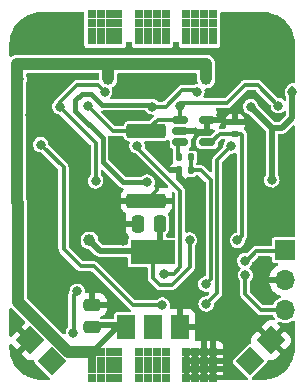
<source format=gbr>
%TF.GenerationSoftware,KiCad,Pcbnew,6.0.11-2627ca5db0~126~ubuntu22.04.1*%
%TF.CreationDate,2023-06-16T17:25:28+02:00*%
%TF.ProjectId,asac-esc-rev-a,61736163-2d65-4736-932d-7265762d612e,rev?*%
%TF.SameCoordinates,Original*%
%TF.FileFunction,Copper,L2,Bot*%
%TF.FilePolarity,Positive*%
%FSLAX46Y46*%
G04 Gerber Fmt 4.6, Leading zero omitted, Abs format (unit mm)*
G04 Created by KiCad (PCBNEW 6.0.11-2627ca5db0~126~ubuntu22.04.1) date 2023-06-16 17:25:28*
%MOMM*%
%LPD*%
G01*
G04 APERTURE LIST*
G04 Aperture macros list*
%AMRoundRect*
0 Rectangle with rounded corners*
0 $1 Rounding radius*
0 $2 $3 $4 $5 $6 $7 $8 $9 X,Y pos of 4 corners*
0 Add a 4 corners polygon primitive as box body*
4,1,4,$2,$3,$4,$5,$6,$7,$8,$9,$2,$3,0*
0 Add four circle primitives for the rounded corners*
1,1,$1+$1,$2,$3*
1,1,$1+$1,$4,$5*
1,1,$1+$1,$6,$7*
1,1,$1+$1,$8,$9*
0 Add four rect primitives between the rounded corners*
20,1,$1+$1,$2,$3,$4,$5,0*
20,1,$1+$1,$4,$5,$6,$7,0*
20,1,$1+$1,$6,$7,$8,$9,0*
20,1,$1+$1,$8,$9,$2,$3,0*%
%AMRotRect*
0 Rectangle, with rotation*
0 The origin of the aperture is its center*
0 $1 length*
0 $2 width*
0 $3 Rotation angle, in degrees counterclockwise*
0 Add horizontal line*
21,1,$1,$2,0,0,$3*%
G04 Aperture macros list end*
%TA.AperFunction,SMDPad,CuDef*%
%ADD10R,1.500000X2.000000*%
%TD*%
%TA.AperFunction,SMDPad,CuDef*%
%ADD11R,3.800000X2.000000*%
%TD*%
%TA.AperFunction,ComponentPad*%
%ADD12RotRect,1.700000X1.700000X135.000000*%
%TD*%
%TA.AperFunction,ComponentPad*%
%ADD13RotRect,1.700000X1.700000X225.000000*%
%TD*%
%TA.AperFunction,ComponentPad*%
%ADD14R,0.750000X0.750000*%
%TD*%
%TA.AperFunction,ComponentPad*%
%ADD15R,1.700000X1.700000*%
%TD*%
%TA.AperFunction,ComponentPad*%
%ADD16O,1.700000X1.700000*%
%TD*%
%TA.AperFunction,SMDPad,CuDef*%
%ADD17RoundRect,0.250000X0.250000X0.475000X-0.250000X0.475000X-0.250000X-0.475000X0.250000X-0.475000X0*%
%TD*%
%TA.AperFunction,SMDPad,CuDef*%
%ADD18RoundRect,0.140000X0.170000X-0.140000X0.170000X0.140000X-0.170000X0.140000X-0.170000X-0.140000X0*%
%TD*%
%TA.AperFunction,SMDPad,CuDef*%
%ADD19RoundRect,0.135000X-0.135000X-0.185000X0.135000X-0.185000X0.135000X0.185000X-0.135000X0.185000X0*%
%TD*%
%TA.AperFunction,SMDPad,CuDef*%
%ADD20RoundRect,0.150000X-0.512500X-0.150000X0.512500X-0.150000X0.512500X0.150000X-0.512500X0.150000X0*%
%TD*%
%TA.AperFunction,SMDPad,CuDef*%
%ADD21RoundRect,0.250000X-1.425000X0.362500X-1.425000X-0.362500X1.425000X-0.362500X1.425000X0.362500X0*%
%TD*%
%TA.AperFunction,SMDPad,CuDef*%
%ADD22RoundRect,0.250000X0.475000X-0.250000X0.475000X0.250000X-0.475000X0.250000X-0.475000X-0.250000X0*%
%TD*%
%TA.AperFunction,SMDPad,CuDef*%
%ADD23RoundRect,0.140000X0.140000X0.170000X-0.140000X0.170000X-0.140000X-0.170000X0.140000X-0.170000X0*%
%TD*%
%TA.AperFunction,ViaPad*%
%ADD24C,0.800000*%
%TD*%
%TA.AperFunction,ViaPad*%
%ADD25C,1.000000*%
%TD*%
%TA.AperFunction,Conductor*%
%ADD26C,0.355600*%
%TD*%
%TA.AperFunction,Conductor*%
%ADD27C,0.508000*%
%TD*%
%TA.AperFunction,Conductor*%
%ADD28C,0.431800*%
%TD*%
%TA.AperFunction,Conductor*%
%ADD29C,1.016000*%
%TD*%
G04 APERTURE END LIST*
D10*
%TO.P,U1,3,VI*%
%TO.N,VCC*%
X103375000Y-93350000D03*
D11*
%TO.P,U1,2,VO*%
%TO.N,+3.3V*%
X105675000Y-87050000D03*
D10*
%TO.P,U1,*%
%TO.N,*%
X105675000Y-93350000D03*
%TO.P,U1,1,GND*%
%TO.N,GND*%
X107975000Y-93350000D03*
%TD*%
D12*
%TO.P,J4,1,Pin_1*%
%TO.N,UART_TX*%
X113870000Y-96280000D03*
%TO.P,J4,2,Pin_2*%
%TO.N,GND*%
X115666051Y-94483949D03*
%TD*%
D13*
%TO.P,J1,2,Pin_2*%
%TO.N,GND*%
X95303949Y-94483949D03*
%TO.P,J1,1,Pin_1*%
%TO.N,~{NRST}*%
X97100000Y-96280000D03*
%TD*%
D14*
%TO.P,J2,1,Pin_1*%
%TO.N,VCC*%
X101250000Y-96200000D03*
X101250000Y-95450000D03*
X102750000Y-96200000D03*
X102000000Y-95450000D03*
X102000000Y-96200000D03*
X101250000Y-96950000D03*
X102750000Y-97700000D03*
X100500000Y-96950000D03*
X102000000Y-97700000D03*
X100500000Y-95450000D03*
X100500000Y-97700000D03*
X102750000Y-95450000D03*
X102750000Y-96950000D03*
X102000000Y-96950000D03*
X100500000Y-96200000D03*
X101250000Y-97700000D03*
%TO.P,J2,2,Pin_2*%
%TO.N,SIGNAL_IN*%
X106000000Y-97700000D03*
X106750000Y-97700000D03*
X106000000Y-96200000D03*
X106750000Y-96950000D03*
X106000000Y-96950000D03*
X105250000Y-96200000D03*
X105250000Y-96950000D03*
X106000000Y-95450000D03*
X104500000Y-96200000D03*
X104500000Y-96950000D03*
X104500000Y-95450000D03*
X106750000Y-95450000D03*
X104500000Y-97700000D03*
X105250000Y-95450000D03*
X106750000Y-96200000D03*
X105250000Y-97700000D03*
%TO.P,J2,3,Pin_3*%
%TO.N,GND*%
X109250000Y-95450000D03*
X110000000Y-96200000D03*
X109250000Y-96950000D03*
X108500000Y-96950000D03*
X110750000Y-97700000D03*
X108500000Y-95450000D03*
X109250000Y-96200000D03*
X110000000Y-97700000D03*
X108500000Y-97700000D03*
X108500000Y-96200000D03*
X110750000Y-96200000D03*
X110000000Y-96950000D03*
X110750000Y-95450000D03*
X110750000Y-96950000D03*
X110000000Y-95450000D03*
X109250000Y-97700000D03*
%TD*%
D15*
%TO.P,J14,1,Pin_1*%
%TO.N,SWCLK*%
X116850000Y-86850000D03*
D16*
%TO.P,J14,2,Pin_2*%
%TO.N,GND*%
X116850000Y-89390000D03*
%TO.P,J14,3,Pin_3*%
%TO.N,SWDIO*%
X116850000Y-91930000D03*
%TD*%
D14*
%TO.P,J3,1,Pin_1*%
%TO.N,A*%
X102750000Y-67600000D03*
X100500000Y-68350000D03*
X102000000Y-67600000D03*
X101250000Y-66850000D03*
X102000000Y-68350000D03*
X102000000Y-66850000D03*
X100500000Y-69100000D03*
X102750000Y-69100000D03*
X102750000Y-68350000D03*
X101250000Y-68350000D03*
X101250000Y-69100000D03*
X102000000Y-69100000D03*
X102750000Y-66850000D03*
X100500000Y-66850000D03*
X100500000Y-67600000D03*
X101250000Y-67600000D03*
%TO.P,J3,2,Pin_2*%
%TO.N,B*%
X106000000Y-67600000D03*
X105250000Y-69100000D03*
X106000000Y-69100000D03*
X104500000Y-68350000D03*
X106750000Y-67600000D03*
X106000000Y-68350000D03*
X104500000Y-67600000D03*
X104500000Y-66850000D03*
X105250000Y-66850000D03*
X106750000Y-66850000D03*
X106000000Y-66850000D03*
X104500000Y-69100000D03*
X105250000Y-68350000D03*
X106750000Y-68350000D03*
X105250000Y-67600000D03*
X106750000Y-69100000D03*
%TO.P,J3,3,Pin_3*%
%TO.N,C*%
X108500000Y-69100000D03*
X109250000Y-67600000D03*
X110000000Y-68350000D03*
X110750000Y-67600000D03*
X108500000Y-67600000D03*
X110750000Y-68350000D03*
X109250000Y-69100000D03*
X109250000Y-66850000D03*
X110000000Y-69100000D03*
X110750000Y-66850000D03*
X110750000Y-69100000D03*
X108500000Y-66850000D03*
X108500000Y-68350000D03*
X110000000Y-67600000D03*
X110000000Y-66850000D03*
X109250000Y-68350000D03*
%TD*%
D17*
%TO.P,C3,2*%
%TO.N,GND*%
X104375000Y-84600000D03*
%TO.P,C3,1*%
%TO.N,+3.3V*%
X106275000Y-84600000D03*
%TD*%
D18*
%TO.P,C10,1*%
%TO.N,+3.3V*%
X112625000Y-77005000D03*
%TO.P,C10,2*%
%TO.N,GND*%
X112625000Y-76045000D03*
%TD*%
D19*
%TO.P,R6,1*%
%TO.N,Net-(R6-Pad1)*%
X107890000Y-79000000D03*
%TO.P,R6,2*%
%TO.N,CURRSENSE*%
X108910000Y-79000000D03*
%TD*%
D20*
%TO.P,U5,1*%
%TO.N,Net-(R6-Pad1)*%
X107987500Y-77725000D03*
%TO.P,U5,2,GND*%
%TO.N,GND*%
X107987500Y-76775000D03*
%TO.P,U5,3,+*%
%TO.N,Net-(R5-Pad1)*%
X107987500Y-75825000D03*
%TO.P,U5,4,-*%
%TO.N,GND*%
X110262500Y-75825000D03*
%TO.P,U5,5,V+*%
%TO.N,+3.3V*%
X110262500Y-77725000D03*
%TD*%
D21*
%TO.P,R5,1*%
%TO.N,Net-(R5-Pad1)*%
X105125000Y-76762500D03*
%TO.P,R5,2*%
%TO.N,GND*%
X105125000Y-82687500D03*
%TD*%
D22*
%TO.P,C1,2*%
%TO.N,GND*%
X100550000Y-91500000D03*
%TO.P,C1,1*%
%TO.N,VCC*%
X100550000Y-93400000D03*
%TD*%
D23*
%TO.P,C11,1*%
%TO.N,CURRSENSE*%
X108880000Y-80100000D03*
%TO.P,C11,2*%
%TO.N,GND*%
X107920000Y-80100000D03*
%TD*%
D24*
%TO.N,GND*%
X96025000Y-90875000D03*
X95500000Y-87400000D03*
X95500000Y-88600000D03*
X95500000Y-89800000D03*
X100300000Y-90047700D03*
X99100000Y-89300000D03*
%TO.N,C*%
X117475000Y-73450000D03*
%TO.N,B*%
X109397700Y-73450000D03*
%TO.N,A*%
X101572700Y-73450000D03*
%TO.N,+3.3V*%
X108775000Y-86000000D03*
X112825000Y-86022700D03*
%TO.N,GND*%
X108575000Y-81325000D03*
X100900000Y-82225000D03*
%TO.N,SWDIO*%
X113500000Y-88950000D03*
%TO.N,~{NRST}*%
X98925000Y-93900000D03*
X99250000Y-90350000D03*
D25*
%TO.N,+3.3V*%
X100300000Y-86025000D03*
%TO.N,VCC*%
X94250000Y-72400000D03*
X94250000Y-71137500D03*
D24*
%TO.N,SWCLK*%
X113460000Y-87740000D03*
%TO.N,CURRSENSE*%
X110162213Y-89727206D03*
%TO.N,VSENSE_C*%
X110175000Y-91400000D03*
%TO.N,VSENSE_B*%
X106587135Y-88837135D03*
X104325000Y-78000000D03*
%TO.N,VSENSE_C*%
X112300000Y-78025000D03*
%TO.N,VSENSE_A*%
X106450365Y-91499635D03*
D25*
%TO.N,VCC*%
X101900000Y-72400000D03*
X101900000Y-71137500D03*
X110175000Y-72400000D03*
X110175000Y-71075000D03*
D24*
%TO.N,VSENSE_A*%
X96175000Y-77925000D03*
%TO.N,B*%
X105175000Y-81100000D03*
%TO.N,VCC*%
X94250000Y-82850000D03*
%TO.N,GND*%
X104275000Y-79275000D03*
X95300000Y-75400000D03*
X103435000Y-75400000D03*
X112330500Y-79175000D03*
X104000000Y-72900000D03*
X95400000Y-86100000D03*
X103100000Y-86071500D03*
X112335000Y-72900000D03*
X96195500Y-79100000D03*
X96200000Y-72900000D03*
X111435000Y-75400000D03*
%TO.N,A*%
X97800000Y-74700000D03*
X100825000Y-81000000D03*
%TO.N,Net-(R5-Pad1)*%
X116285000Y-74619504D03*
X100150000Y-74619504D03*
X107950000Y-74619504D03*
%TO.N,B*%
X105600000Y-74700000D03*
%TO.N,C*%
X115735000Y-80900000D03*
X113935000Y-74700000D03*
%TD*%
D26*
%TO.N,~{NRST}*%
X99250000Y-90350000D02*
X98950000Y-90650000D01*
X98950000Y-90650000D02*
X98950000Y-93875000D01*
X98950000Y-93875000D02*
X98925000Y-93900000D01*
D27*
%TO.N,+3.3V*%
X100300000Y-86025000D02*
X101200000Y-86925000D01*
X101200000Y-86925000D02*
X105525000Y-86925000D01*
D26*
%TO.N,Net-(R5-Pad1)*%
X116285000Y-74619504D02*
X114540496Y-72875000D01*
X111934976Y-74400000D02*
X108169504Y-74400000D01*
X108169504Y-74400000D02*
X107950000Y-74619504D01*
X114540496Y-72875000D02*
X113459976Y-72875000D01*
X113459976Y-72875000D02*
X111934976Y-74400000D01*
%TO.N,+3.3V*%
X108775000Y-86000000D02*
X108775000Y-88310737D01*
X108775000Y-88310737D02*
X107285737Y-89800000D01*
X105675000Y-87075000D02*
X105525000Y-86925000D01*
X107285737Y-89800000D02*
X106250000Y-89800000D01*
X106250000Y-89800000D02*
X105675000Y-89225000D01*
X105675000Y-89225000D02*
X105675000Y-87075000D01*
D28*
%TO.N,B*%
X105175000Y-81100000D02*
X103150000Y-81100000D01*
X99100000Y-74150000D02*
X99650000Y-73600000D01*
X103150000Y-81100000D02*
X101418700Y-79368700D01*
X101400000Y-74550000D02*
X105450000Y-74550000D01*
X105450000Y-74550000D02*
X105600000Y-74700000D01*
X101418700Y-79368700D02*
X101418700Y-77368700D01*
X101418700Y-77368700D02*
X99100000Y-75050000D01*
X99100000Y-75050000D02*
X99100000Y-74150000D01*
X99650000Y-73600000D02*
X100450000Y-73600000D01*
X100450000Y-73600000D02*
X101400000Y-74550000D01*
D26*
%TO.N,A*%
X100825000Y-81000000D02*
X100825000Y-77775000D01*
X100825000Y-77775000D02*
X97800000Y-74750000D01*
X97800000Y-74750000D02*
X97800000Y-74700000D01*
%TO.N,VSENSE_A*%
X106450365Y-91499635D02*
X103949635Y-91499635D01*
X103949635Y-91499635D02*
X100675000Y-88225000D01*
X100675000Y-88225000D02*
X99600000Y-88225000D01*
X99600000Y-88225000D02*
X98100000Y-86725000D01*
X98100000Y-86725000D02*
X98100000Y-79850000D01*
X98100000Y-79850000D02*
X96175000Y-77925000D01*
%TO.N,VSENSE_B*%
X107997200Y-88302800D02*
X107997200Y-81847176D01*
X107997200Y-81847176D02*
X104325000Y-78174976D01*
X106587135Y-88837135D02*
X107462865Y-88837135D01*
X107462865Y-88837135D02*
X107997200Y-88302800D01*
X104325000Y-78174976D02*
X104325000Y-78000000D01*
%TO.N,SWCLK*%
X116740000Y-86960000D02*
X116850000Y-86850000D01*
X113610000Y-87740000D02*
X114390000Y-86960000D01*
X114390000Y-86960000D02*
X116740000Y-86960000D01*
%TO.N,GND*%
X104275000Y-79275000D02*
X104639286Y-79275000D01*
X104639286Y-79275000D02*
X106050000Y-80685714D01*
X106050000Y-80685714D02*
X106050000Y-81762500D01*
X106050000Y-81762500D02*
X105125000Y-82687500D01*
D27*
%TO.N,VCC*%
X100550000Y-93400000D02*
X100725000Y-93225000D01*
X100725000Y-93225000D02*
X103225000Y-93225000D01*
D26*
%TO.N,SWDIO*%
X113500000Y-88950000D02*
X113500000Y-90600000D01*
X114830000Y-91930000D02*
X116850000Y-91930000D01*
X113500000Y-90600000D02*
X114830000Y-91930000D01*
%TO.N,CURRSENSE*%
X110162213Y-89727206D02*
X110569400Y-89320019D01*
X110569400Y-89320019D02*
X110569400Y-80919400D01*
X110569400Y-80919400D02*
X109750000Y-80100000D01*
X109750000Y-80100000D02*
X108880000Y-80100000D01*
%TO.N,VSENSE_C*%
X110175000Y-91400000D02*
X111125000Y-90450000D01*
X111125000Y-79200000D02*
X112300000Y-78025000D01*
X111125000Y-90450000D02*
X111125000Y-79200000D01*
D29*
%TO.N,VCC*%
X100500000Y-95450000D02*
X98475000Y-95450000D01*
X98475000Y-95450000D02*
X94250000Y-91225000D01*
X94250000Y-91225000D02*
X94250000Y-82850000D01*
D26*
%TO.N,B*%
X105600000Y-74700000D02*
X106750000Y-74700000D01*
X106750000Y-74700000D02*
X108125000Y-73325000D01*
X108125000Y-73325000D02*
X109397700Y-73325000D01*
D27*
%TO.N,C*%
X115735000Y-76500000D02*
X116600000Y-76500000D01*
X116600000Y-76500000D02*
X117475000Y-75625000D01*
X117475000Y-75625000D02*
X117475000Y-73225000D01*
D26*
%TO.N,+3.3V*%
X113200000Y-85647700D02*
X113200000Y-77100000D01*
X112825000Y-86022700D02*
X113200000Y-85647700D01*
X113200000Y-77100000D02*
X113125000Y-77025000D01*
X113125000Y-77025000D02*
X112645000Y-77025000D01*
X112645000Y-77025000D02*
X112625000Y-77005000D01*
%TO.N,A*%
X97800000Y-74350000D02*
X99250000Y-72900000D01*
X97800000Y-74700000D02*
X97800000Y-74350000D01*
X99250000Y-72900000D02*
X101022700Y-72900000D01*
X101022700Y-72900000D02*
X101572700Y-73450000D01*
D27*
%TO.N,+3.3V*%
X106275000Y-84600000D02*
X106275000Y-86175000D01*
X106275000Y-86175000D02*
X105525000Y-86925000D01*
D26*
%TO.N,Net-(R5-Pad1)*%
X105125000Y-76762500D02*
X106062500Y-75825000D01*
%TO.N,Net-(R6-Pad1)*%
X107942500Y-77725000D02*
X107987500Y-77725000D01*
X107890000Y-77777500D02*
X107942500Y-77725000D01*
X107825000Y-77887500D02*
X107825000Y-78935000D01*
X107987500Y-77725000D02*
X107825000Y-77887500D01*
X107825000Y-78935000D02*
X107890000Y-79000000D01*
%TO.N,Net-(R5-Pad1)*%
X106062500Y-75825000D02*
X107987500Y-75825000D01*
X107950000Y-74619504D02*
X107950000Y-75787500D01*
X107950000Y-75787500D02*
X107987500Y-75825000D01*
%TO.N,+3.3V*%
X110262500Y-77725000D02*
X110600000Y-77725000D01*
X110600000Y-77725000D02*
X111320000Y-77005000D01*
X111320000Y-77005000D02*
X112625000Y-77005000D01*
%TO.N,Net-(R5-Pad1)*%
X100150000Y-74619504D02*
X100150000Y-74650000D01*
X100150000Y-74650000D02*
X102262500Y-76762500D01*
X102262500Y-76762500D02*
X105125000Y-76762500D01*
D27*
%TO.N,GND*%
X107920000Y-80100000D02*
X107920000Y-80670000D01*
X107920000Y-80670000D02*
X108575000Y-81325000D01*
D29*
%TO.N,VCC*%
X94250000Y-82850000D02*
X94192000Y-82792000D01*
X94192000Y-82792000D02*
X94192000Y-71092000D01*
X94192000Y-71092000D02*
X94175000Y-71075000D01*
X94175000Y-71075000D02*
X110175000Y-71075000D01*
D27*
X103225000Y-93225000D02*
X102825000Y-93225000D01*
X102825000Y-93225000D02*
X100600000Y-95450000D01*
D29*
X101900000Y-72062500D02*
X101900000Y-72287500D01*
X101900000Y-71137500D02*
X101900000Y-72062500D01*
X110175000Y-72000000D02*
X110175000Y-72225000D01*
X110175000Y-71075000D02*
X110175000Y-72000000D01*
D27*
%TO.N,C*%
X115735000Y-80900000D02*
X115735000Y-76500000D01*
X115735000Y-76500000D02*
X113935000Y-74700000D01*
D26*
%TO.N,CURRSENSE*%
X108910000Y-79000000D02*
X108910000Y-80070000D01*
%TD*%
%TA.AperFunction,Conductor*%
%TO.N,GND*%
G36*
X101083621Y-71853502D02*
G01*
X101130114Y-71907158D01*
X101141500Y-71959500D01*
X101141500Y-72331793D01*
X101141924Y-72335427D01*
X101142055Y-72337687D01*
X101126037Y-72406853D01*
X101075169Y-72456380D01*
X101011322Y-72470898D01*
X100996380Y-72470311D01*
X100975170Y-72469478D01*
X100968340Y-72471289D01*
X100960868Y-72471700D01*
X99282898Y-72471700D01*
X99268089Y-72470827D01*
X99245748Y-72468183D01*
X99236395Y-72467076D01*
X99181603Y-72477082D01*
X99177728Y-72477727D01*
X99122640Y-72486010D01*
X99116454Y-72488980D01*
X99109699Y-72490214D01*
X99101345Y-72494554D01*
X99101344Y-72494554D01*
X99060271Y-72515890D01*
X99056730Y-72517659D01*
X99006540Y-72541760D01*
X99001498Y-72546421D01*
X98995409Y-72549584D01*
X98990612Y-72553681D01*
X98955293Y-72589000D01*
X98951727Y-72592429D01*
X98918879Y-72622793D01*
X98918877Y-72622795D01*
X98911966Y-72629184D01*
X98908417Y-72635294D01*
X98903419Y-72640873D01*
X97520409Y-74023883D01*
X97509320Y-74033738D01*
X97484256Y-74053497D01*
X97478902Y-74061244D01*
X97478900Y-74061246D01*
X97475243Y-74066538D01*
X97460241Y-74088245D01*
X97452592Y-74099312D01*
X97450321Y-74102491D01*
X97417208Y-74147322D01*
X97414934Y-74153797D01*
X97411030Y-74159446D01*
X97409458Y-74164417D01*
X97407188Y-74163216D01*
X97380353Y-74202807D01*
X97313034Y-74261533D01*
X97305033Y-74272917D01*
X97227159Y-74383721D01*
X97222501Y-74390348D01*
X97165309Y-74537039D01*
X97164318Y-74544568D01*
X97146855Y-74677211D01*
X97144758Y-74693138D01*
X97162035Y-74849633D01*
X97216143Y-74997490D01*
X97220380Y-75003796D01*
X97220382Y-75003799D01*
X97253834Y-75053580D01*
X97303958Y-75128172D01*
X97324552Y-75146911D01*
X97414510Y-75228766D01*
X97420410Y-75234135D01*
X97471156Y-75261688D01*
X97552099Y-75305637D01*
X97552101Y-75305638D01*
X97558776Y-75309262D01*
X97566125Y-75311190D01*
X97703718Y-75347287D01*
X97703722Y-75347288D01*
X97711069Y-75349215D01*
X97743795Y-75349729D01*
X97811592Y-75370798D01*
X97830910Y-75386618D01*
X100359795Y-77915503D01*
X100393821Y-77977815D01*
X100396700Y-78004598D01*
X100396700Y-80453066D01*
X100376698Y-80521187D01*
X100353529Y-80548015D01*
X100343760Y-80556537D01*
X100343756Y-80556541D01*
X100338034Y-80561533D01*
X100313521Y-80596412D01*
X100259752Y-80672917D01*
X100247501Y-80690348D01*
X100190309Y-80837039D01*
X100189318Y-80844568D01*
X100177203Y-80936591D01*
X100169758Y-80993138D01*
X100187035Y-81149633D01*
X100241143Y-81297490D01*
X100245380Y-81303796D01*
X100245382Y-81303799D01*
X100265194Y-81333282D01*
X100328958Y-81428172D01*
X100352076Y-81449208D01*
X100436923Y-81526412D01*
X100445410Y-81534135D01*
X100479153Y-81552456D01*
X100577099Y-81605637D01*
X100577101Y-81605638D01*
X100583776Y-81609262D01*
X100591125Y-81611190D01*
X100728719Y-81647287D01*
X100728721Y-81647287D01*
X100736069Y-81649215D01*
X100819380Y-81650524D01*
X100885898Y-81651569D01*
X100885901Y-81651569D01*
X100893495Y-81651688D01*
X101046968Y-81616538D01*
X101187625Y-81545795D01*
X101222439Y-81516061D01*
X101301574Y-81448474D01*
X101301576Y-81448471D01*
X101307348Y-81443542D01*
X101399224Y-81315683D01*
X101457950Y-81169598D01*
X101480134Y-81013723D01*
X101480278Y-81000000D01*
X101461363Y-80843694D01*
X101437478Y-80780484D01*
X101408394Y-80703514D01*
X101408393Y-80703511D01*
X101405710Y-80696412D01*
X101316531Y-80566657D01*
X101295481Y-80547902D01*
X101257925Y-80487652D01*
X101253300Y-80453826D01*
X101253300Y-80167080D01*
X101273302Y-80098959D01*
X101326958Y-80052466D01*
X101397232Y-80042362D01*
X101461812Y-80071856D01*
X101468395Y-80077985D01*
X102795343Y-81404933D01*
X102805198Y-81416022D01*
X102827121Y-81443831D01*
X102834868Y-81449185D01*
X102834872Y-81449189D01*
X102877158Y-81478415D01*
X102880352Y-81480696D01*
X102929292Y-81516844D01*
X102936346Y-81519321D01*
X102942495Y-81523571D01*
X102975897Y-81534135D01*
X103000499Y-81541916D01*
X103004250Y-81543168D01*
X103052732Y-81560193D01*
X103052737Y-81560194D01*
X103061619Y-81563313D01*
X103068867Y-81563597D01*
X103069367Y-81563695D01*
X103076215Y-81565861D01*
X103083064Y-81566400D01*
X103085533Y-81566400D01*
X103087348Y-81566471D01*
X103154633Y-81589127D01*
X103198987Y-81644563D01*
X103206330Y-81715178D01*
X103171584Y-81781392D01*
X103106261Y-81846829D01*
X103097249Y-81858240D01*
X103012184Y-81996243D01*
X103006037Y-82009424D01*
X102954862Y-82163710D01*
X102951995Y-82177086D01*
X102942328Y-82271438D01*
X102942000Y-82277855D01*
X102942000Y-82415385D01*
X102946475Y-82430624D01*
X102947865Y-82431829D01*
X102955548Y-82433500D01*
X107289884Y-82433500D01*
X107305123Y-82429025D01*
X107306328Y-82427635D01*
X107307999Y-82419952D01*
X107307999Y-82277905D01*
X107307662Y-82271386D01*
X107297743Y-82175794D01*
X107294851Y-82162400D01*
X107257665Y-82050939D01*
X107255081Y-81979989D01*
X107291265Y-81918906D01*
X107354729Y-81887081D01*
X107425324Y-81894620D01*
X107466284Y-81921968D01*
X107531995Y-81987679D01*
X107566021Y-82049991D01*
X107568900Y-82076774D01*
X107568900Y-85673500D01*
X107548898Y-85741621D01*
X107495242Y-85788114D01*
X107442900Y-85799500D01*
X106905500Y-85799500D01*
X106837379Y-85779498D01*
X106790886Y-85725842D01*
X106779500Y-85673500D01*
X106779500Y-85572802D01*
X106799502Y-85504681D01*
X106829935Y-85471976D01*
X106875365Y-85437928D01*
X106882546Y-85432546D01*
X106903219Y-85404962D01*
X106963144Y-85325006D01*
X106963146Y-85325003D01*
X106968526Y-85317824D01*
X107018851Y-85183580D01*
X107025500Y-85122377D01*
X107025499Y-84077624D01*
X107018851Y-84016420D01*
X106968526Y-83882176D01*
X106948865Y-83855943D01*
X106924018Y-83789438D01*
X106939071Y-83720056D01*
X106983390Y-83673234D01*
X107017810Y-83651935D01*
X107029208Y-83642901D01*
X107143739Y-83528171D01*
X107152751Y-83516760D01*
X107237816Y-83378757D01*
X107243963Y-83365576D01*
X107295138Y-83211290D01*
X107298005Y-83197914D01*
X107307672Y-83103562D01*
X107308000Y-83097145D01*
X107308000Y-82959615D01*
X107303525Y-82944376D01*
X107302135Y-82943171D01*
X107294452Y-82941500D01*
X102960116Y-82941500D01*
X102944877Y-82945975D01*
X102943672Y-82947365D01*
X102942001Y-82955048D01*
X102942001Y-83097095D01*
X102942338Y-83103614D01*
X102952257Y-83199206D01*
X102955149Y-83212600D01*
X103006588Y-83366784D01*
X103012761Y-83379962D01*
X103098063Y-83517807D01*
X103107099Y-83529208D01*
X103221829Y-83643739D01*
X103233240Y-83652751D01*
X103355746Y-83728264D01*
X103403239Y-83781036D01*
X103414663Y-83851107D01*
X103409223Y-83875192D01*
X103379862Y-83963710D01*
X103376995Y-83977086D01*
X103367328Y-84071438D01*
X103367000Y-84077855D01*
X103367000Y-84327885D01*
X103371475Y-84343124D01*
X103372865Y-84344329D01*
X103380548Y-84346000D01*
X104503000Y-84346000D01*
X104571121Y-84366002D01*
X104617614Y-84419658D01*
X104629000Y-84472000D01*
X104629000Y-84728000D01*
X104608998Y-84796121D01*
X104555342Y-84842614D01*
X104503000Y-84854000D01*
X103385116Y-84854000D01*
X103369877Y-84858475D01*
X103368672Y-84859865D01*
X103367001Y-84867548D01*
X103367001Y-85122095D01*
X103367338Y-85128614D01*
X103377257Y-85224206D01*
X103380149Y-85237600D01*
X103431588Y-85391784D01*
X103437761Y-85404962D01*
X103523063Y-85542807D01*
X103532099Y-85554208D01*
X103637465Y-85659391D01*
X103671544Y-85721674D01*
X103666541Y-85792494D01*
X103618449Y-85853329D01*
X103604716Y-85862505D01*
X103604714Y-85862507D01*
X103594399Y-85869399D01*
X103539034Y-85952260D01*
X103524500Y-86025326D01*
X103524500Y-86294500D01*
X103504498Y-86362621D01*
X103450842Y-86409114D01*
X103398500Y-86420500D01*
X101461161Y-86420500D01*
X101393040Y-86400498D01*
X101372066Y-86383595D01*
X101091515Y-86103044D01*
X101057489Y-86040732D01*
X101055407Y-86024982D01*
X101055249Y-86025000D01*
X101037266Y-85864672D01*
X101037265Y-85864669D01*
X101036481Y-85857676D01*
X100981108Y-85698668D01*
X100891884Y-85555879D01*
X100878903Y-85542807D01*
X100778205Y-85441403D01*
X100778201Y-85441400D01*
X100773242Y-85436406D01*
X100631079Y-85346187D01*
X100472462Y-85289706D01*
X100465474Y-85288873D01*
X100465471Y-85288872D01*
X100372300Y-85277762D01*
X100305273Y-85269769D01*
X100298270Y-85270505D01*
X100298269Y-85270505D01*
X100252712Y-85275293D01*
X100137821Y-85287369D01*
X100131155Y-85289638D01*
X100131152Y-85289639D01*
X99985098Y-85339360D01*
X99985095Y-85339361D01*
X99978431Y-85341630D01*
X99972436Y-85345318D01*
X99972432Y-85345320D01*
X99841021Y-85426165D01*
X99841019Y-85426167D01*
X99835022Y-85429856D01*
X99797121Y-85466972D01*
X99758614Y-85504681D01*
X99714724Y-85547661D01*
X99623515Y-85689190D01*
X99621105Y-85695810D01*
X99621104Y-85695813D01*
X99601124Y-85750707D01*
X99565927Y-85847409D01*
X99544825Y-86014455D01*
X99545512Y-86021462D01*
X99545512Y-86021465D01*
X99549680Y-86063971D01*
X99561255Y-86182025D01*
X99614402Y-86341791D01*
X99618049Y-86347813D01*
X99618050Y-86347815D01*
X99697904Y-86479669D01*
X99701624Y-86485812D01*
X99706513Y-86490875D01*
X99706514Y-86490876D01*
X99773710Y-86560459D01*
X99818586Y-86606929D01*
X99824483Y-86610788D01*
X99953577Y-86695266D01*
X99953581Y-86695268D01*
X99959475Y-86699125D01*
X100117289Y-86757815D01*
X100124270Y-86758746D01*
X100124272Y-86758747D01*
X100277204Y-86779152D01*
X100277206Y-86779152D01*
X100284183Y-86780083D01*
X100291189Y-86779445D01*
X100291406Y-86779450D01*
X100359092Y-86800877D01*
X100377856Y-86816327D01*
X100793323Y-87231794D01*
X100800865Y-87241234D01*
X100801245Y-87240911D01*
X100807063Y-87247747D01*
X100811853Y-87255339D01*
X100818581Y-87261281D01*
X100851859Y-87290671D01*
X100857546Y-87296017D01*
X100868880Y-87307351D01*
X100872463Y-87310036D01*
X100872465Y-87310038D01*
X100877155Y-87313553D01*
X100884998Y-87319938D01*
X100920170Y-87351001D01*
X100928292Y-87354814D01*
X100931093Y-87356654D01*
X100945088Y-87365063D01*
X100948051Y-87366685D01*
X100955236Y-87372070D01*
X100963646Y-87375223D01*
X100963648Y-87375224D01*
X100999182Y-87388546D01*
X101008495Y-87392470D01*
X101050982Y-87412417D01*
X101059856Y-87413799D01*
X101063083Y-87414785D01*
X101078846Y-87418920D01*
X101082140Y-87419644D01*
X101090552Y-87422798D01*
X101099510Y-87423464D01*
X101099511Y-87423464D01*
X101137350Y-87426276D01*
X101147374Y-87427426D01*
X101160697Y-87429500D01*
X101176062Y-87429500D01*
X101185399Y-87429846D01*
X101234666Y-87433507D01*
X101243441Y-87431634D01*
X101252137Y-87431041D01*
X101266737Y-87429500D01*
X103398500Y-87429500D01*
X103466621Y-87449502D01*
X103513114Y-87503158D01*
X103524500Y-87555500D01*
X103524500Y-88074674D01*
X103539034Y-88147740D01*
X103545928Y-88158057D01*
X103545928Y-88158058D01*
X103552686Y-88168172D01*
X103594399Y-88230601D01*
X103677260Y-88285966D01*
X103750326Y-88300500D01*
X105120700Y-88300500D01*
X105188821Y-88320502D01*
X105235314Y-88374158D01*
X105246700Y-88426500D01*
X105246700Y-89192104D01*
X105245827Y-89206914D01*
X105242076Y-89238605D01*
X105252084Y-89293405D01*
X105252725Y-89297258D01*
X105261010Y-89352360D01*
X105263982Y-89358549D01*
X105265215Y-89365301D01*
X105290900Y-89414747D01*
X105292650Y-89418250D01*
X105295717Y-89424636D01*
X105316760Y-89468460D01*
X105321420Y-89473501D01*
X105324584Y-89479592D01*
X105328681Y-89484389D01*
X105364012Y-89519720D01*
X105367441Y-89523286D01*
X105404184Y-89563034D01*
X105410294Y-89566583D01*
X105415867Y-89571575D01*
X105923884Y-90079592D01*
X105933739Y-90090681D01*
X105953497Y-90115744D01*
X105961244Y-90121098D01*
X105961246Y-90121100D01*
X105999312Y-90147408D01*
X106002491Y-90149679D01*
X106047322Y-90182792D01*
X106053797Y-90185066D01*
X106059446Y-90188970D01*
X106109753Y-90204880D01*
X106112559Y-90205767D01*
X106116317Y-90207021D01*
X106168838Y-90225466D01*
X106175698Y-90225736D01*
X106182242Y-90227805D01*
X106188531Y-90228300D01*
X106238496Y-90228300D01*
X106243442Y-90228397D01*
X106297530Y-90230522D01*
X106304360Y-90228711D01*
X106311832Y-90228300D01*
X107252841Y-90228300D01*
X107267651Y-90229173D01*
X107299342Y-90232924D01*
X107354142Y-90222916D01*
X107357995Y-90222275D01*
X107382686Y-90218562D01*
X107403787Y-90215390D01*
X107403788Y-90215390D01*
X107413097Y-90213990D01*
X107419286Y-90211018D01*
X107426038Y-90209785D01*
X107475484Y-90184100D01*
X107478987Y-90182350D01*
X107520703Y-90162319D01*
X107520705Y-90162318D01*
X107529197Y-90158240D01*
X107534238Y-90153580D01*
X107540329Y-90150416D01*
X107545126Y-90146319D01*
X107580457Y-90110988D01*
X107584023Y-90107559D01*
X107602281Y-90090681D01*
X107623771Y-90070816D01*
X107627320Y-90064706D01*
X107632312Y-90059133D01*
X109054592Y-88636853D01*
X109065681Y-88626998D01*
X109090744Y-88607240D01*
X109122417Y-88561413D01*
X109124679Y-88558246D01*
X109157792Y-88513415D01*
X109160066Y-88506940D01*
X109163970Y-88501291D01*
X109180767Y-88448178D01*
X109182021Y-88444421D01*
X109197346Y-88400783D01*
X109200466Y-88391899D01*
X109200736Y-88385039D01*
X109202805Y-88378495D01*
X109203300Y-88372206D01*
X109203300Y-88322241D01*
X109203397Y-88317295D01*
X109204628Y-88285966D01*
X109205522Y-88263207D01*
X109203711Y-88256377D01*
X109203300Y-88248905D01*
X109203300Y-86547790D01*
X109223302Y-86479669D01*
X109247467Y-86451981D01*
X109257348Y-86443542D01*
X109349224Y-86315683D01*
X109407950Y-86169598D01*
X109426322Y-86040507D01*
X109429553Y-86017807D01*
X109429553Y-86017804D01*
X109430134Y-86013723D01*
X109430278Y-86000000D01*
X109411363Y-85843694D01*
X109402183Y-85819399D01*
X109358394Y-85703514D01*
X109358393Y-85703511D01*
X109355710Y-85696412D01*
X109266531Y-85566657D01*
X109196971Y-85504681D01*
X109154648Y-85466972D01*
X109154645Y-85466970D01*
X109148976Y-85461919D01*
X109009831Y-85388245D01*
X108984025Y-85381763D01*
X108864498Y-85351740D01*
X108864496Y-85351740D01*
X108857128Y-85349889D01*
X108849530Y-85349849D01*
X108849528Y-85349849D01*
X108782319Y-85349497D01*
X108699684Y-85349065D01*
X108692305Y-85350837D01*
X108692301Y-85350837D01*
X108580914Y-85377579D01*
X108510006Y-85374032D01*
X108452272Y-85332712D01*
X108426042Y-85266738D01*
X108425500Y-85255060D01*
X108425500Y-81880072D01*
X108426373Y-81865262D01*
X108429017Y-81842923D01*
X108430124Y-81833571D01*
X108420116Y-81778771D01*
X108419472Y-81774902D01*
X108412590Y-81729126D01*
X108412590Y-81729125D01*
X108411190Y-81719816D01*
X108408218Y-81713627D01*
X108406985Y-81706875D01*
X108381300Y-81657429D01*
X108379550Y-81653926D01*
X108359519Y-81612210D01*
X108359518Y-81612208D01*
X108355440Y-81603716D01*
X108350780Y-81598675D01*
X108347616Y-81592584D01*
X108343519Y-81587787D01*
X108308188Y-81552456D01*
X108304759Y-81548890D01*
X108299815Y-81543542D01*
X108268016Y-81509142D01*
X108261906Y-81505593D01*
X108256333Y-81500601D01*
X107702905Y-80947173D01*
X107668879Y-80884861D01*
X107666000Y-80858078D01*
X107666000Y-80372115D01*
X107661525Y-80356876D01*
X107660135Y-80355671D01*
X107652452Y-80354000D01*
X107161922Y-80354000D01*
X107093801Y-80333998D01*
X107072827Y-80317095D01*
X104998405Y-78242673D01*
X104964379Y-78180361D01*
X104962757Y-78135825D01*
X104979553Y-78017808D01*
X104979553Y-78017802D01*
X104980134Y-78013723D01*
X104980278Y-78000000D01*
X104961363Y-77843694D01*
X104943355Y-77796037D01*
X104937987Y-77725245D01*
X104971744Y-77662788D01*
X105033910Y-77628496D01*
X105061221Y-77625500D01*
X106568731Y-77625499D01*
X106597376Y-77625499D01*
X106600770Y-77625130D01*
X106600776Y-77625130D01*
X106650722Y-77619705D01*
X106650726Y-77619704D01*
X106658580Y-77618851D01*
X106792824Y-77568526D01*
X106800003Y-77563146D01*
X106800006Y-77563144D01*
X106872935Y-77508486D01*
X106939441Y-77483638D01*
X107008824Y-77498691D01*
X107059054Y-77548865D01*
X107074500Y-77609312D01*
X107074501Y-77761591D01*
X107074501Y-77906518D01*
X107075276Y-77911409D01*
X107075276Y-77911412D01*
X107081769Y-77952408D01*
X107089354Y-78000304D01*
X107093855Y-78009137D01*
X107093857Y-78009142D01*
X107094925Y-78011238D01*
X107146950Y-78113342D01*
X107236658Y-78203050D01*
X107313572Y-78242240D01*
X107327903Y-78249542D01*
X107379518Y-78298291D01*
X107396700Y-78361809D01*
X107396700Y-78640971D01*
X107386543Y-78684876D01*
X107387641Y-78685215D01*
X107384753Y-78694560D01*
X107380459Y-78703344D01*
X107379048Y-78713019D01*
X107379047Y-78713021D01*
X107370165Y-78773908D01*
X107369500Y-78778465D01*
X107369501Y-79221534D01*
X107380654Y-79297309D01*
X107384972Y-79306104D01*
X107386693Y-79311642D01*
X107387806Y-79382630D01*
X107355463Y-79438127D01*
X107269516Y-79524074D01*
X107259876Y-79536501D01*
X107184604Y-79663780D01*
X107178357Y-79678216D01*
X107136688Y-79821641D01*
X107135232Y-79829609D01*
X107138052Y-79843031D01*
X107149513Y-79846000D01*
X108048000Y-79846000D01*
X108116121Y-79866002D01*
X108162614Y-79919658D01*
X108174000Y-79972000D01*
X108174000Y-80893558D01*
X108177973Y-80907089D01*
X108185871Y-80908224D01*
X108311784Y-80871643D01*
X108326220Y-80865396D01*
X108453499Y-80790124D01*
X108465926Y-80780484D01*
X108557379Y-80689031D01*
X108619691Y-80655005D01*
X108666184Y-80653677D01*
X108703827Y-80659639D01*
X108709265Y-80660500D01*
X108879965Y-80660500D01*
X109050734Y-80660499D01*
X109093809Y-80653677D01*
X109132383Y-80647568D01*
X109132384Y-80647568D01*
X109142175Y-80646017D01*
X109169181Y-80632257D01*
X109205801Y-80613598D01*
X109252391Y-80589859D01*
X109277045Y-80565205D01*
X109339357Y-80531179D01*
X109366140Y-80528300D01*
X109520402Y-80528300D01*
X109588523Y-80548302D01*
X109609497Y-80565205D01*
X110104195Y-81059903D01*
X110138221Y-81122215D01*
X110141100Y-81148998D01*
X110141100Y-88963927D01*
X110121098Y-89032048D01*
X110067442Y-89078541D01*
X110044514Y-89086446D01*
X109941181Y-89111254D01*
X109941179Y-89111255D01*
X109933801Y-89113026D01*
X109793892Y-89185238D01*
X109788170Y-89190230D01*
X109788168Y-89190231D01*
X109680972Y-89283744D01*
X109680969Y-89283747D01*
X109675247Y-89288739D01*
X109637076Y-89343050D01*
X109626184Y-89358549D01*
X109584714Y-89417554D01*
X109527522Y-89564245D01*
X109506971Y-89720344D01*
X109524248Y-89876839D01*
X109578356Y-90024696D01*
X109582593Y-90031002D01*
X109582595Y-90031005D01*
X109609347Y-90070816D01*
X109666171Y-90155378D01*
X109690149Y-90177196D01*
X109743494Y-90225736D01*
X109782623Y-90261341D01*
X109789298Y-90264965D01*
X109914312Y-90332843D01*
X109914314Y-90332844D01*
X109920989Y-90336468D01*
X109928338Y-90338396D01*
X110065932Y-90374493D01*
X110065934Y-90374493D01*
X110073282Y-90376421D01*
X110156593Y-90377730D01*
X110223111Y-90378775D01*
X110223114Y-90378775D01*
X110230708Y-90378894D01*
X110238112Y-90377198D01*
X110238115Y-90377198D01*
X110270334Y-90369819D01*
X110341201Y-90374109D01*
X110398499Y-90416031D01*
X110424036Y-90482276D01*
X110409705Y-90551811D01*
X110387558Y-90581734D01*
X110256777Y-90712515D01*
X110194465Y-90746541D01*
X110167024Y-90749418D01*
X110099684Y-90749065D01*
X110092304Y-90750837D01*
X110092302Y-90750837D01*
X109953967Y-90784048D01*
X109953963Y-90784049D01*
X109946588Y-90785820D01*
X109932193Y-90793250D01*
X109823241Y-90849484D01*
X109806679Y-90858032D01*
X109800957Y-90863024D01*
X109800955Y-90863025D01*
X109693759Y-90956538D01*
X109693756Y-90956541D01*
X109688034Y-90961533D01*
X109683667Y-90967747D01*
X109610864Y-91071335D01*
X109597501Y-91090348D01*
X109540309Y-91237039D01*
X109539318Y-91244568D01*
X109526316Y-91343329D01*
X109519758Y-91393138D01*
X109537035Y-91549633D01*
X109591143Y-91697490D01*
X109595380Y-91703796D01*
X109595382Y-91703799D01*
X109615675Y-91733998D01*
X109678958Y-91828172D01*
X109795410Y-91934135D01*
X109816885Y-91945795D01*
X109927099Y-92005637D01*
X109927101Y-92005638D01*
X109933776Y-92009262D01*
X109941125Y-92011190D01*
X110078719Y-92047287D01*
X110078721Y-92047287D01*
X110086069Y-92049215D01*
X110169380Y-92050524D01*
X110235898Y-92051569D01*
X110235901Y-92051569D01*
X110243495Y-92051688D01*
X110396968Y-92016538D01*
X110537625Y-91945795D01*
X110609157Y-91884701D01*
X110651574Y-91848474D01*
X110651576Y-91848471D01*
X110657348Y-91843542D01*
X110749224Y-91715683D01*
X110807950Y-91569598D01*
X110821931Y-91471362D01*
X110829553Y-91417807D01*
X110829553Y-91417804D01*
X110830134Y-91413723D01*
X110830264Y-91401321D01*
X110850979Y-91333413D01*
X110867162Y-91313546D01*
X111404592Y-90776116D01*
X111415681Y-90766261D01*
X111433347Y-90752334D01*
X111440744Y-90746503D01*
X111448761Y-90734904D01*
X111472408Y-90700688D01*
X111474679Y-90697509D01*
X111507792Y-90652678D01*
X111510066Y-90646203D01*
X111513970Y-90640554D01*
X111530767Y-90587441D01*
X111532021Y-90583684D01*
X111547346Y-90540046D01*
X111550466Y-90531162D01*
X111550736Y-90524302D01*
X111552805Y-90517758D01*
X111553300Y-90511469D01*
X111553300Y-90461504D01*
X111553397Y-90456558D01*
X111555152Y-90411880D01*
X111555522Y-90402470D01*
X111553711Y-90395640D01*
X111553300Y-90388168D01*
X111553300Y-79429598D01*
X111573302Y-79361477D01*
X111590205Y-79340503D01*
X112218063Y-78712645D01*
X112280375Y-78678619D01*
X112309136Y-78675756D01*
X112360897Y-78676569D01*
X112360900Y-78676569D01*
X112368495Y-78676688D01*
X112521968Y-78641538D01*
X112589087Y-78607781D01*
X112658930Y-78595042D01*
X112724574Y-78622087D01*
X112765176Y-78680327D01*
X112771700Y-78720346D01*
X112771700Y-85267149D01*
X112751698Y-85335270D01*
X112698042Y-85381763D01*
X112675114Y-85389668D01*
X112596588Y-85408520D01*
X112589843Y-85412001D01*
X112589844Y-85412001D01*
X112473644Y-85471976D01*
X112456679Y-85480732D01*
X112450957Y-85485724D01*
X112450955Y-85485725D01*
X112343759Y-85579238D01*
X112343756Y-85579241D01*
X112338034Y-85584233D01*
X112332724Y-85591789D01*
X112254202Y-85703514D01*
X112247501Y-85713048D01*
X112190309Y-85859739D01*
X112189318Y-85867268D01*
X112170860Y-86007468D01*
X112169758Y-86015838D01*
X112187035Y-86172333D01*
X112241143Y-86320190D01*
X112245380Y-86326496D01*
X112245382Y-86326499D01*
X112283750Y-86383595D01*
X112328958Y-86450872D01*
X112367357Y-86485812D01*
X112438134Y-86550214D01*
X112445410Y-86556835D01*
X112452085Y-86560459D01*
X112577099Y-86628337D01*
X112577101Y-86628338D01*
X112583776Y-86631962D01*
X112591125Y-86633890D01*
X112728719Y-86669987D01*
X112728721Y-86669987D01*
X112736069Y-86671915D01*
X112819380Y-86673224D01*
X112885898Y-86674269D01*
X112885901Y-86674269D01*
X112893495Y-86674388D01*
X113046968Y-86639238D01*
X113187625Y-86568495D01*
X113224410Y-86537078D01*
X113301574Y-86471174D01*
X113301576Y-86471171D01*
X113307348Y-86466242D01*
X113399224Y-86338383D01*
X113457950Y-86192298D01*
X113470653Y-86103044D01*
X113479553Y-86040507D01*
X113479553Y-86040504D01*
X113480134Y-86036423D01*
X113480216Y-86028570D01*
X113500927Y-85960662D01*
X113510891Y-85948029D01*
X113515744Y-85944203D01*
X113547417Y-85898376D01*
X113549679Y-85895209D01*
X113582792Y-85850378D01*
X113585066Y-85843903D01*
X113588970Y-85838254D01*
X113605767Y-85785141D01*
X113607021Y-85781384D01*
X113622346Y-85737746D01*
X113625466Y-85728862D01*
X113625736Y-85722002D01*
X113627805Y-85715458D01*
X113628300Y-85709169D01*
X113628300Y-85659204D01*
X113628397Y-85654258D01*
X113630152Y-85609580D01*
X113630522Y-85600170D01*
X113628711Y-85593340D01*
X113628300Y-85585868D01*
X113628300Y-77132896D01*
X113629173Y-77118086D01*
X113631817Y-77095747D01*
X113632924Y-77086395D01*
X113622916Y-77031595D01*
X113622272Y-77027726D01*
X113615390Y-76981950D01*
X113615390Y-76981949D01*
X113613990Y-76972640D01*
X113611018Y-76966451D01*
X113609785Y-76959699D01*
X113584100Y-76910253D01*
X113582350Y-76906750D01*
X113562319Y-76865034D01*
X113562318Y-76865032D01*
X113558240Y-76856540D01*
X113553580Y-76851499D01*
X113550416Y-76845408D01*
X113546319Y-76840611D01*
X113510988Y-76805280D01*
X113507559Y-76801714D01*
X113507230Y-76801358D01*
X113470816Y-76761966D01*
X113464706Y-76758417D01*
X113459133Y-76753425D01*
X113451116Y-76745408D01*
X113441261Y-76734319D01*
X113427334Y-76716653D01*
X113421503Y-76709256D01*
X113413756Y-76703902D01*
X113413752Y-76703898D01*
X113387670Y-76685872D01*
X113343003Y-76630687D01*
X113335263Y-76560113D01*
X113350855Y-76518081D01*
X113390396Y-76451220D01*
X113396643Y-76436784D01*
X113431619Y-76316395D01*
X113431579Y-76302295D01*
X113424309Y-76299000D01*
X111831442Y-76299000D01*
X111817911Y-76302973D01*
X111816776Y-76310871D01*
X111847187Y-76415547D01*
X111846984Y-76486543D01*
X111808430Y-76546160D01*
X111743765Y-76575468D01*
X111726190Y-76576700D01*
X111403582Y-76576700D01*
X111335461Y-76556698D01*
X111288968Y-76503042D01*
X111278864Y-76432768D01*
X111300304Y-76382236D01*
X111299055Y-76381498D01*
X111379648Y-76245221D01*
X111385893Y-76230790D01*
X111424939Y-76096395D01*
X111424899Y-76082294D01*
X111417630Y-76079000D01*
X110534615Y-76079000D01*
X110519376Y-76083475D01*
X110518171Y-76084865D01*
X110516500Y-76092548D01*
X110516500Y-76614884D01*
X110520975Y-76630123D01*
X110522365Y-76631328D01*
X110530048Y-76632999D01*
X110782103Y-76632999D01*
X110850224Y-76653001D01*
X110896717Y-76706657D01*
X110906821Y-76776931D01*
X110877327Y-76841511D01*
X110871198Y-76848094D01*
X110581697Y-77137595D01*
X110519385Y-77171621D01*
X110492602Y-77174500D01*
X109790131Y-77174501D01*
X109718482Y-77174501D01*
X109713589Y-77175276D01*
X109713588Y-77175276D01*
X109634494Y-77187802D01*
X109634492Y-77187803D01*
X109624696Y-77189354D01*
X109615859Y-77193857D01*
X109615858Y-77193857D01*
X109593105Y-77205451D01*
X109511658Y-77246950D01*
X109421950Y-77336658D01*
X109364354Y-77449696D01*
X109349500Y-77543481D01*
X109349501Y-77906518D01*
X109350276Y-77911409D01*
X109350276Y-77911412D01*
X109356769Y-77952408D01*
X109364354Y-78000304D01*
X109368855Y-78009137D01*
X109368857Y-78009142D01*
X109369925Y-78011238D01*
X109421950Y-78113342D01*
X109511658Y-78203050D01*
X109624696Y-78260646D01*
X109634485Y-78262196D01*
X109634487Y-78262197D01*
X109661849Y-78266530D01*
X109718481Y-78275500D01*
X110262390Y-78275500D01*
X110806518Y-78275499D01*
X110811412Y-78274724D01*
X110890506Y-78262198D01*
X110890508Y-78262197D01*
X110900304Y-78260646D01*
X111013342Y-78203050D01*
X111103050Y-78113342D01*
X111160646Y-78000304D01*
X111175500Y-77906519D01*
X111175500Y-77807398D01*
X111195502Y-77739277D01*
X111212405Y-77718303D01*
X111460503Y-77470205D01*
X111522815Y-77436179D01*
X111549598Y-77433300D01*
X111678167Y-77433300D01*
X111746288Y-77453302D01*
X111792781Y-77506958D01*
X111802885Y-77577232D01*
X111781254Y-77631751D01*
X111770186Y-77647500D01*
X111722501Y-77715348D01*
X111665309Y-77862039D01*
X111644758Y-78018138D01*
X111645365Y-78023634D01*
X111624908Y-78090699D01*
X111608724Y-78110568D01*
X110845408Y-78873884D01*
X110834319Y-78883739D01*
X110809256Y-78903497D01*
X110803902Y-78911244D01*
X110803900Y-78911246D01*
X110777592Y-78949312D01*
X110775321Y-78952491D01*
X110742208Y-78997322D01*
X110739934Y-79003797D01*
X110736030Y-79009446D01*
X110733191Y-79018424D01*
X110719233Y-79062559D01*
X110717979Y-79066316D01*
X110699534Y-79118838D01*
X110699264Y-79125698D01*
X110697195Y-79132242D01*
X110696700Y-79138531D01*
X110696700Y-79188496D01*
X110696603Y-79193442D01*
X110694478Y-79247530D01*
X110696289Y-79254360D01*
X110696700Y-79261832D01*
X110696700Y-80136802D01*
X110676698Y-80204923D01*
X110623042Y-80251416D01*
X110552768Y-80261520D01*
X110488188Y-80232026D01*
X110481604Y-80225897D01*
X110354667Y-80098959D01*
X110076112Y-79820404D01*
X110066258Y-79809315D01*
X110052334Y-79791653D01*
X110046503Y-79784256D01*
X110038756Y-79778902D01*
X110038754Y-79778900D01*
X110000688Y-79752592D01*
X109997509Y-79750321D01*
X109952678Y-79717208D01*
X109946203Y-79714934D01*
X109940554Y-79711030D01*
X109887442Y-79694233D01*
X109883684Y-79692979D01*
X109840046Y-79677654D01*
X109831162Y-79674534D01*
X109824302Y-79674264D01*
X109817758Y-79672195D01*
X109811469Y-79671700D01*
X109761504Y-79671700D01*
X109756558Y-79671603D01*
X109702470Y-79669478D01*
X109695640Y-79671289D01*
X109688168Y-79671700D01*
X109464300Y-79671700D01*
X109396179Y-79651698D01*
X109349686Y-79598042D01*
X109338300Y-79545700D01*
X109338300Y-79484225D01*
X109360610Y-79414532D01*
X109363181Y-79411956D01*
X109419541Y-79296656D01*
X109425485Y-79255911D01*
X109429840Y-79226061D01*
X109429840Y-79226057D01*
X109430500Y-79221535D01*
X109430499Y-78778466D01*
X109419346Y-78702691D01*
X109372747Y-78607781D01*
X109367374Y-78596837D01*
X109367373Y-78596836D01*
X109362784Y-78587489D01*
X109271956Y-78496819D01*
X109156656Y-78440459D01*
X109107460Y-78433282D01*
X109086061Y-78430160D01*
X109086057Y-78430160D01*
X109081535Y-78429500D01*
X109061400Y-78429500D01*
X108811807Y-78429501D01*
X108743688Y-78409499D01*
X108697195Y-78355844D01*
X108687090Y-78285570D01*
X108716583Y-78220989D01*
X108733366Y-78205586D01*
X108738342Y-78203050D01*
X108828050Y-78113342D01*
X108885646Y-78000304D01*
X108900500Y-77906519D01*
X108900499Y-77543482D01*
X108898451Y-77530552D01*
X108907550Y-77460143D01*
X108933805Y-77421748D01*
X109018449Y-77337104D01*
X109028089Y-77324678D01*
X109104648Y-77195221D01*
X109110893Y-77180790D01*
X109149939Y-77046395D01*
X109149899Y-77032294D01*
X109142630Y-77029000D01*
X107859500Y-77029000D01*
X107791379Y-77008998D01*
X107744886Y-76955342D01*
X107733500Y-76903000D01*
X107733500Y-76647000D01*
X107753502Y-76578879D01*
X107807158Y-76532386D01*
X107859500Y-76521000D01*
X109136878Y-76521000D01*
X109152118Y-76516525D01*
X109160600Y-76506736D01*
X109220326Y-76468353D01*
X109291323Y-76468353D01*
X109333054Y-76489692D01*
X109350327Y-76503091D01*
X109479779Y-76579648D01*
X109494210Y-76585893D01*
X109640065Y-76628269D01*
X109652667Y-76630570D01*
X109681084Y-76632807D01*
X109686014Y-76633000D01*
X109990385Y-76633000D01*
X110005624Y-76628525D01*
X110006829Y-76627135D01*
X110008500Y-76619452D01*
X110008500Y-75773605D01*
X111818381Y-75773605D01*
X111818421Y-75787705D01*
X111825691Y-75791000D01*
X112352885Y-75791000D01*
X112368124Y-75786525D01*
X112369329Y-75785135D01*
X112371000Y-75777452D01*
X112371000Y-75772885D01*
X112879000Y-75772885D01*
X112883475Y-75788124D01*
X112884865Y-75789329D01*
X112892548Y-75791000D01*
X113418558Y-75791000D01*
X113432089Y-75787027D01*
X113433224Y-75779129D01*
X113396643Y-75653216D01*
X113390396Y-75638780D01*
X113315124Y-75511501D01*
X113305484Y-75499074D01*
X113200926Y-75394516D01*
X113188499Y-75384876D01*
X113061220Y-75309604D01*
X113046784Y-75303357D01*
X112903359Y-75261688D01*
X112895391Y-75260232D01*
X112881969Y-75263052D01*
X112879000Y-75274513D01*
X112879000Y-75772885D01*
X112371000Y-75772885D01*
X112371000Y-75276576D01*
X112366656Y-75261781D01*
X112356225Y-75259937D01*
X112346641Y-75261688D01*
X112203216Y-75303357D01*
X112188780Y-75309604D01*
X112061501Y-75384876D01*
X112049074Y-75394516D01*
X111944516Y-75499074D01*
X111934876Y-75511501D01*
X111859604Y-75638780D01*
X111853357Y-75653216D01*
X111818381Y-75773605D01*
X110008500Y-75773605D01*
X110008500Y-75697000D01*
X110028502Y-75628879D01*
X110082158Y-75582386D01*
X110134500Y-75571000D01*
X111411878Y-75571000D01*
X111425409Y-75567027D01*
X111426544Y-75559129D01*
X111385893Y-75419210D01*
X111379648Y-75404779D01*
X111303089Y-75275322D01*
X111293449Y-75262896D01*
X111187104Y-75156551D01*
X111174678Y-75146911D01*
X111045219Y-75070351D01*
X111044263Y-75069937D01*
X111043633Y-75069413D01*
X111038400Y-75066318D01*
X111038899Y-75065474D01*
X110989688Y-75024526D01*
X110968328Y-74956819D01*
X110986964Y-74888312D01*
X111039680Y-74840756D01*
X111094303Y-74828300D01*
X111902080Y-74828300D01*
X111916890Y-74829173D01*
X111948581Y-74832924D01*
X112003381Y-74822916D01*
X112007234Y-74822275D01*
X112031925Y-74818562D01*
X112053026Y-74815390D01*
X112053027Y-74815390D01*
X112062336Y-74813990D01*
X112068525Y-74811018D01*
X112075277Y-74809785D01*
X112124723Y-74784100D01*
X112128226Y-74782350D01*
X112169942Y-74762319D01*
X112169944Y-74762318D01*
X112178436Y-74758240D01*
X112183477Y-74753580D01*
X112189568Y-74750416D01*
X112194365Y-74746319D01*
X112229696Y-74710988D01*
X112233262Y-74707559D01*
X112248862Y-74693138D01*
X112273010Y-74670816D01*
X112276559Y-74664706D01*
X112281551Y-74659133D01*
X113600479Y-73340205D01*
X113662791Y-73306179D01*
X113689574Y-73303300D01*
X114310898Y-73303300D01*
X114379019Y-73323302D01*
X114399993Y-73340205D01*
X115593651Y-74533863D01*
X115627677Y-74596175D01*
X115629364Y-74612686D01*
X115629758Y-74612642D01*
X115647035Y-74769137D01*
X115701143Y-74916994D01*
X115705380Y-74923300D01*
X115705382Y-74923303D01*
X115739161Y-74973571D01*
X115788958Y-75047676D01*
X115841505Y-75095490D01*
X115894314Y-75143542D01*
X115905410Y-75153639D01*
X115965369Y-75186194D01*
X116037099Y-75225141D01*
X116037101Y-75225142D01*
X116043776Y-75228766D01*
X116051125Y-75230694D01*
X116188719Y-75266791D01*
X116188721Y-75266791D01*
X116196069Y-75268719D01*
X116279380Y-75270028D01*
X116345898Y-75271073D01*
X116345901Y-75271073D01*
X116353495Y-75271192D01*
X116506968Y-75236042D01*
X116647625Y-75165299D01*
X116762672Y-75067040D01*
X116827459Y-75038010D01*
X116897659Y-75048615D01*
X116950982Y-75095490D01*
X116970500Y-75162852D01*
X116970500Y-75363839D01*
X116950498Y-75431960D01*
X116933595Y-75452934D01*
X116427934Y-75958595D01*
X116365622Y-75992621D01*
X116338839Y-75995500D01*
X115996160Y-75995500D01*
X115928039Y-75975498D01*
X115907065Y-75958595D01*
X114613033Y-74664563D01*
X114579007Y-74602251D01*
X114577041Y-74590606D01*
X114572277Y-74551243D01*
X114572276Y-74551239D01*
X114571363Y-74543694D01*
X114515710Y-74396412D01*
X114426531Y-74266657D01*
X114331930Y-74182370D01*
X114314648Y-74166972D01*
X114314644Y-74166969D01*
X114308976Y-74161919D01*
X114276214Y-74144572D01*
X114176543Y-74091799D01*
X114176544Y-74091799D01*
X114169831Y-74088245D01*
X114153122Y-74084048D01*
X114024498Y-74051740D01*
X114024496Y-74051740D01*
X114017128Y-74049889D01*
X114009530Y-74049849D01*
X114009528Y-74049849D01*
X113942319Y-74049497D01*
X113859684Y-74049065D01*
X113852305Y-74050837D01*
X113852301Y-74050837D01*
X113713967Y-74084048D01*
X113713963Y-74084049D01*
X113706588Y-74085820D01*
X113699843Y-74089301D01*
X113699844Y-74089301D01*
X113601277Y-74140175D01*
X113566679Y-74158032D01*
X113560957Y-74163024D01*
X113560955Y-74163025D01*
X113453759Y-74256538D01*
X113453756Y-74256541D01*
X113448034Y-74261533D01*
X113440033Y-74272917D01*
X113362159Y-74383721D01*
X113357501Y-74390348D01*
X113300309Y-74537039D01*
X113299318Y-74544568D01*
X113281855Y-74677211D01*
X113279758Y-74693138D01*
X113297035Y-74849633D01*
X113351143Y-74997490D01*
X113355380Y-75003796D01*
X113355382Y-75003799D01*
X113388834Y-75053580D01*
X113438958Y-75128172D01*
X113459552Y-75146911D01*
X113549510Y-75228766D01*
X113555410Y-75234135D01*
X113606156Y-75261688D01*
X113687099Y-75305637D01*
X113687101Y-75305638D01*
X113693776Y-75309262D01*
X113701125Y-75311190D01*
X113846069Y-75349215D01*
X113845225Y-75352431D01*
X113896356Y-75375369D01*
X113903578Y-75382049D01*
X115193595Y-76672066D01*
X115227621Y-76734378D01*
X115230500Y-76761161D01*
X115230500Y-80446632D01*
X115207587Y-80519083D01*
X115169752Y-80572917D01*
X115157501Y-80590348D01*
X115100309Y-80737039D01*
X115099318Y-80744568D01*
X115080848Y-80884861D01*
X115079758Y-80893138D01*
X115097035Y-81049633D01*
X115151143Y-81197490D01*
X115155380Y-81203796D01*
X115155382Y-81203799D01*
X115194540Y-81262072D01*
X115238958Y-81328172D01*
X115261270Y-81348474D01*
X115343248Y-81423068D01*
X115355410Y-81434135D01*
X115373268Y-81443831D01*
X115487099Y-81505637D01*
X115487101Y-81505638D01*
X115493776Y-81509262D01*
X115501125Y-81511190D01*
X115638719Y-81547287D01*
X115638721Y-81547287D01*
X115646069Y-81549215D01*
X115729380Y-81550524D01*
X115795898Y-81551569D01*
X115795901Y-81551569D01*
X115803495Y-81551688D01*
X115956968Y-81516538D01*
X116097625Y-81445795D01*
X116139311Y-81410192D01*
X116211574Y-81348474D01*
X116211576Y-81348471D01*
X116217348Y-81343542D01*
X116309224Y-81215683D01*
X116367950Y-81069598D01*
X116379904Y-80985607D01*
X116389553Y-80917807D01*
X116389553Y-80917804D01*
X116390134Y-80913723D01*
X116390278Y-80900000D01*
X116389499Y-80893558D01*
X116378602Y-80803514D01*
X116371363Y-80743694D01*
X116339927Y-80660500D01*
X116318394Y-80603514D01*
X116318393Y-80603511D01*
X116315710Y-80596412D01*
X116311412Y-80590158D01*
X116311408Y-80590151D01*
X116261661Y-80517770D01*
X116239500Y-80446402D01*
X116239500Y-77130500D01*
X116259502Y-77062379D01*
X116313158Y-77015886D01*
X116365500Y-77004500D01*
X116529376Y-77004500D01*
X116541381Y-77005841D01*
X116541421Y-77005345D01*
X116550368Y-77006065D01*
X116559124Y-77008046D01*
X116612382Y-77004742D01*
X116620184Y-77004500D01*
X116636226Y-77004500D01*
X116640657Y-77003865D01*
X116640662Y-77003865D01*
X116644687Y-77003288D01*
X116646457Y-77003035D01*
X116656514Y-77002004D01*
X116678976Y-77000611D01*
X116694400Y-76999654D01*
X116694402Y-76999654D01*
X116703359Y-76999098D01*
X116711799Y-76996051D01*
X116715089Y-76995370D01*
X116730938Y-76991418D01*
X116734168Y-76990473D01*
X116743052Y-76989201D01*
X116785763Y-76969782D01*
X116795128Y-76965970D01*
X116830837Y-76953078D01*
X116830840Y-76953076D01*
X116839284Y-76950028D01*
X116846533Y-76944732D01*
X116849490Y-76943160D01*
X116863614Y-76934907D01*
X116866437Y-76933102D01*
X116874605Y-76929388D01*
X116881402Y-76923531D01*
X116881404Y-76923530D01*
X116910153Y-76898757D01*
X116918064Y-76892475D01*
X116928944Y-76884527D01*
X116939806Y-76873665D01*
X116946653Y-76867307D01*
X116964999Y-76851499D01*
X116984082Y-76835056D01*
X116988966Y-76827521D01*
X116994699Y-76820949D01*
X117003926Y-76809545D01*
X117499405Y-76314066D01*
X117561717Y-76280040D01*
X117632532Y-76285105D01*
X117689368Y-76327652D01*
X117714179Y-76394172D01*
X117714500Y-76403161D01*
X117714500Y-85623500D01*
X117694498Y-85691621D01*
X117640842Y-85738114D01*
X117588500Y-85749500D01*
X115975326Y-85749500D01*
X115902260Y-85764034D01*
X115819399Y-85819399D01*
X115793824Y-85857676D01*
X115787415Y-85867268D01*
X115764034Y-85902260D01*
X115749500Y-85975326D01*
X115749500Y-86405700D01*
X115729498Y-86473821D01*
X115675842Y-86520314D01*
X115623500Y-86531700D01*
X114422898Y-86531700D01*
X114408089Y-86530827D01*
X114385748Y-86528183D01*
X114376395Y-86527076D01*
X114321603Y-86537082D01*
X114317728Y-86537727D01*
X114262640Y-86546010D01*
X114256454Y-86548980D01*
X114249699Y-86550214D01*
X114241345Y-86554554D01*
X114241344Y-86554554D01*
X114200271Y-86575890D01*
X114196730Y-86577659D01*
X114146540Y-86601760D01*
X114141498Y-86606421D01*
X114135409Y-86609584D01*
X114130612Y-86613681D01*
X114095292Y-86649001D01*
X114091726Y-86652430D01*
X114051966Y-86689184D01*
X114048416Y-86695296D01*
X114043422Y-86700871D01*
X113682375Y-87061918D01*
X113620063Y-87095944D01*
X113562587Y-87095027D01*
X113549503Y-87091741D01*
X113549499Y-87091741D01*
X113542128Y-87089889D01*
X113534530Y-87089849D01*
X113534528Y-87089849D01*
X113467319Y-87089497D01*
X113384684Y-87089065D01*
X113377305Y-87090837D01*
X113377301Y-87090837D01*
X113238967Y-87124048D01*
X113238963Y-87124049D01*
X113231588Y-87125820D01*
X113091679Y-87198032D01*
X113085957Y-87203024D01*
X113085955Y-87203025D01*
X112978759Y-87296538D01*
X112978756Y-87296541D01*
X112973034Y-87301533D01*
X112942443Y-87345060D01*
X112890533Y-87418920D01*
X112882501Y-87430348D01*
X112825309Y-87577039D01*
X112824318Y-87584568D01*
X112806687Y-87718487D01*
X112804758Y-87733138D01*
X112822035Y-87889633D01*
X112876143Y-88037490D01*
X112880380Y-88043796D01*
X112880382Y-88043799D01*
X112914407Y-88094432D01*
X112963958Y-88168172D01*
X112969577Y-88173285D01*
X112969578Y-88173286D01*
X113076032Y-88270152D01*
X113112955Y-88330792D01*
X113111232Y-88401768D01*
X113074062Y-88458294D01*
X113013034Y-88511533D01*
X113008667Y-88517747D01*
X112928819Y-88631359D01*
X112922501Y-88640348D01*
X112865309Y-88787039D01*
X112864318Y-88794568D01*
X112847216Y-88924470D01*
X112844758Y-88943138D01*
X112862035Y-89099633D01*
X112916143Y-89247490D01*
X112920380Y-89253796D01*
X112920382Y-89253799D01*
X112960709Y-89313811D01*
X113003958Y-89378172D01*
X113009576Y-89383284D01*
X113030499Y-89402322D01*
X113067422Y-89462962D01*
X113071700Y-89495516D01*
X113071700Y-90567104D01*
X113070827Y-90581914D01*
X113067076Y-90613605D01*
X113077084Y-90668405D01*
X113077725Y-90672258D01*
X113086010Y-90727360D01*
X113088982Y-90733549D01*
X113090215Y-90740301D01*
X113115900Y-90789747D01*
X113117650Y-90793250D01*
X113135700Y-90830839D01*
X113141760Y-90843460D01*
X113146420Y-90848501D01*
X113149584Y-90854592D01*
X113153681Y-90859389D01*
X113189012Y-90894720D01*
X113192441Y-90898286D01*
X113229184Y-90938034D01*
X113235294Y-90941583D01*
X113240867Y-90946575D01*
X114503884Y-92209592D01*
X114513739Y-92220681D01*
X114533497Y-92245744D01*
X114541244Y-92251098D01*
X114541246Y-92251100D01*
X114579312Y-92277408D01*
X114582491Y-92279679D01*
X114627322Y-92312792D01*
X114633797Y-92315066D01*
X114639446Y-92318970D01*
X114679108Y-92331513D01*
X114692559Y-92335767D01*
X114696317Y-92337021D01*
X114748838Y-92355466D01*
X114755698Y-92355736D01*
X114762242Y-92357805D01*
X114768531Y-92358300D01*
X114818496Y-92358300D01*
X114823442Y-92358397D01*
X114877530Y-92360522D01*
X114884360Y-92358711D01*
X114891832Y-92358300D01*
X115754891Y-92358300D01*
X115823012Y-92378302D01*
X115869317Y-92431548D01*
X115892856Y-92482607D01*
X115896186Y-92487319D01*
X115896189Y-92487324D01*
X115982804Y-92609882D01*
X116005785Y-92677057D01*
X115988800Y-92745992D01*
X115937243Y-92794801D01*
X115867482Y-92807988D01*
X115827753Y-92797302D01*
X115818262Y-92792986D01*
X115801210Y-92788000D01*
X115674940Y-92769917D01*
X115657162Y-92769917D01*
X115530892Y-92788000D01*
X115513837Y-92792987D01*
X115396728Y-92846233D01*
X115383384Y-92854450D01*
X115343507Y-92886513D01*
X115338429Y-92891069D01*
X114898217Y-93331281D01*
X114890603Y-93345225D01*
X114890734Y-93347058D01*
X114894985Y-93353673D01*
X115653239Y-94111927D01*
X115667183Y-94119541D01*
X115669016Y-94119410D01*
X115675631Y-94115159D01*
X116433884Y-93356906D01*
X116441498Y-93342962D01*
X116441367Y-93341129D01*
X116437116Y-93334514D01*
X116227535Y-93124933D01*
X116193509Y-93062621D01*
X116198574Y-92991806D01*
X116241121Y-92934970D01*
X116307641Y-92910159D01*
X116366367Y-92920070D01*
X116508470Y-92981122D01*
X116705740Y-93025760D01*
X116711509Y-93025987D01*
X116711512Y-93025987D01*
X116787683Y-93028979D01*
X116907842Y-93033700D01*
X116994132Y-93021189D01*
X117102286Y-93005508D01*
X117102291Y-93005507D01*
X117108007Y-93004678D01*
X117113479Y-93002820D01*
X117113481Y-93002820D01*
X117294067Y-92941519D01*
X117294069Y-92941518D01*
X117299531Y-92939664D01*
X117476001Y-92840837D01*
X117480445Y-92837141D01*
X117507931Y-92814282D01*
X117573095Y-92786101D01*
X117643150Y-92797625D01*
X117695854Y-92845194D01*
X117714500Y-92911156D01*
X117714500Y-95052915D01*
X117712079Y-95077496D01*
X117709592Y-95090000D01*
X117712012Y-95102169D01*
X117712012Y-95114581D01*
X117711776Y-95114581D01*
X117712523Y-95125202D01*
X117697609Y-95390781D01*
X117696027Y-95404822D01*
X117646749Y-95694845D01*
X117643605Y-95708620D01*
X117562165Y-95991304D01*
X117557498Y-96004641D01*
X117512430Y-96113445D01*
X117448483Y-96267830D01*
X117444922Y-96276426D01*
X117438793Y-96289153D01*
X117396559Y-96365569D01*
X117296490Y-96546630D01*
X117288973Y-96558593D01*
X117118743Y-96798511D01*
X117109933Y-96809559D01*
X116913905Y-97028914D01*
X116903914Y-97038905D01*
X116684559Y-97234933D01*
X116673511Y-97243743D01*
X116433593Y-97413973D01*
X116421630Y-97421490D01*
X116380306Y-97444329D01*
X116164153Y-97563793D01*
X116151430Y-97569920D01*
X116046344Y-97613448D01*
X115879641Y-97682498D01*
X115866304Y-97687165D01*
X115583620Y-97768605D01*
X115569845Y-97771749D01*
X115424833Y-97796388D01*
X115279817Y-97821028D01*
X115265785Y-97822608D01*
X115000202Y-97837523D01*
X114989581Y-97836776D01*
X114989581Y-97837012D01*
X114977169Y-97837012D01*
X114965000Y-97834592D01*
X114952829Y-97837013D01*
X114952496Y-97837079D01*
X114927915Y-97839500D01*
X114171032Y-97839500D01*
X114102911Y-97819498D01*
X114056418Y-97765842D01*
X114046314Y-97695568D01*
X114075808Y-97630988D01*
X114081937Y-97624405D01*
X115266659Y-96439683D01*
X115279077Y-96421098D01*
X115301151Y-96388062D01*
X115301151Y-96388061D01*
X115308047Y-96377741D01*
X115327490Y-96280000D01*
X115327080Y-96277937D01*
X115345071Y-96216664D01*
X115398727Y-96170171D01*
X115469001Y-96160067D01*
X115503218Y-96170083D01*
X115513836Y-96174910D01*
X115530892Y-96179898D01*
X115657162Y-96197981D01*
X115674940Y-96197981D01*
X115801210Y-96179898D01*
X115818265Y-96174911D01*
X115935374Y-96121665D01*
X115948718Y-96113448D01*
X115988595Y-96081385D01*
X115993673Y-96076829D01*
X116433885Y-95636617D01*
X116441499Y-95622673D01*
X116441368Y-95620840D01*
X116437117Y-95614225D01*
X115307973Y-94485081D01*
X116030459Y-94485081D01*
X116030590Y-94486914D01*
X116034841Y-94493529D01*
X116793094Y-95251782D01*
X116807038Y-95259396D01*
X116808871Y-95259265D01*
X116815486Y-95255014D01*
X117258925Y-94811575D01*
X117263487Y-94806491D01*
X117295547Y-94766618D01*
X117303769Y-94753268D01*
X117357013Y-94636163D01*
X117362000Y-94619108D01*
X117380083Y-94492838D01*
X117380083Y-94475060D01*
X117362000Y-94348790D01*
X117357013Y-94331735D01*
X117303767Y-94214626D01*
X117295550Y-94201282D01*
X117263487Y-94161405D01*
X117258931Y-94156327D01*
X116818719Y-93716115D01*
X116804775Y-93708501D01*
X116802942Y-93708632D01*
X116796327Y-93712883D01*
X116038073Y-94471137D01*
X116030459Y-94485081D01*
X115307973Y-94485081D01*
X114539008Y-93716116D01*
X114525064Y-93708502D01*
X114523231Y-93708633D01*
X114516616Y-93712884D01*
X114073177Y-94156323D01*
X114068615Y-94161407D01*
X114036555Y-94201280D01*
X114028333Y-94214630D01*
X113975089Y-94331735D01*
X113970102Y-94348790D01*
X113952019Y-94475060D01*
X113952019Y-94492838D01*
X113970102Y-94619108D01*
X113975090Y-94636164D01*
X113979917Y-94646782D01*
X113989902Y-94717073D01*
X113960300Y-94781604D01*
X113900509Y-94819887D01*
X113875082Y-94823521D01*
X113870000Y-94822510D01*
X113772259Y-94841953D01*
X113710317Y-94883341D01*
X112473341Y-96120317D01*
X112469902Y-96125464D01*
X112440089Y-96170083D01*
X112431953Y-96182259D01*
X112412510Y-96280000D01*
X112431953Y-96377741D01*
X112438849Y-96388061D01*
X112438849Y-96388062D01*
X112460923Y-96421098D01*
X112473341Y-96439683D01*
X113658063Y-97624405D01*
X113692089Y-97686717D01*
X113687024Y-97757532D01*
X113644477Y-97814368D01*
X113577957Y-97839179D01*
X113568968Y-97839500D01*
X108466500Y-97839500D01*
X108398379Y-97819498D01*
X108351886Y-97765842D01*
X108340500Y-97713500D01*
X108340500Y-97427885D01*
X108754000Y-97427885D01*
X108758475Y-97443124D01*
X108759865Y-97444329D01*
X108767548Y-97446000D01*
X108977885Y-97446000D01*
X108993124Y-97441525D01*
X108994329Y-97440135D01*
X108996000Y-97432452D01*
X108996000Y-97427885D01*
X109504000Y-97427885D01*
X109508475Y-97443124D01*
X109509865Y-97444329D01*
X109517548Y-97446000D01*
X109727885Y-97446000D01*
X109743124Y-97441525D01*
X109744329Y-97440135D01*
X109746000Y-97432452D01*
X109746000Y-97427885D01*
X110254000Y-97427885D01*
X110258475Y-97443124D01*
X110259865Y-97444329D01*
X110267548Y-97446000D01*
X110477885Y-97446000D01*
X110493124Y-97441525D01*
X110494329Y-97440135D01*
X110496000Y-97432452D01*
X110496000Y-97427885D01*
X111004000Y-97427885D01*
X111008475Y-97443124D01*
X111009865Y-97444329D01*
X111017548Y-97446000D01*
X111614884Y-97446000D01*
X111630123Y-97441525D01*
X111631328Y-97440135D01*
X111632999Y-97432452D01*
X111632999Y-97373105D01*
X111633000Y-97373073D01*
X111633000Y-97222115D01*
X111628525Y-97206876D01*
X111627135Y-97205671D01*
X111619452Y-97204000D01*
X111022115Y-97204000D01*
X111006876Y-97208475D01*
X111005671Y-97209865D01*
X111004000Y-97217548D01*
X111004000Y-97427885D01*
X110496000Y-97427885D01*
X110496000Y-97222115D01*
X110491525Y-97206876D01*
X110490135Y-97205671D01*
X110482452Y-97204000D01*
X110272115Y-97204000D01*
X110256876Y-97208475D01*
X110255671Y-97209865D01*
X110254000Y-97217548D01*
X110254000Y-97427885D01*
X109746000Y-97427885D01*
X109746000Y-97222115D01*
X109741525Y-97206876D01*
X109740135Y-97205671D01*
X109732452Y-97204000D01*
X109522115Y-97204000D01*
X109506876Y-97208475D01*
X109505671Y-97209865D01*
X109504000Y-97217548D01*
X109504000Y-97427885D01*
X108996000Y-97427885D01*
X108996000Y-97222115D01*
X108991525Y-97206876D01*
X108990135Y-97205671D01*
X108982452Y-97204000D01*
X108772115Y-97204000D01*
X108756876Y-97208475D01*
X108755671Y-97209865D01*
X108754000Y-97217548D01*
X108754000Y-97427885D01*
X108340500Y-97427885D01*
X108340500Y-96677885D01*
X108754000Y-96677885D01*
X108758475Y-96693124D01*
X108759865Y-96694329D01*
X108767548Y-96696000D01*
X108977885Y-96696000D01*
X108993124Y-96691525D01*
X108994329Y-96690135D01*
X108996000Y-96682452D01*
X108996000Y-96677885D01*
X109504000Y-96677885D01*
X109508475Y-96693124D01*
X109509865Y-96694329D01*
X109517548Y-96696000D01*
X109727885Y-96696000D01*
X109743124Y-96691525D01*
X109744329Y-96690135D01*
X109746000Y-96682452D01*
X109746000Y-96677885D01*
X110254000Y-96677885D01*
X110258475Y-96693124D01*
X110259865Y-96694329D01*
X110267548Y-96696000D01*
X110477885Y-96696000D01*
X110493124Y-96691525D01*
X110494329Y-96690135D01*
X110496000Y-96682452D01*
X110496000Y-96677885D01*
X111004000Y-96677885D01*
X111008475Y-96693124D01*
X111009865Y-96694329D01*
X111017548Y-96696000D01*
X111614884Y-96696000D01*
X111630123Y-96691525D01*
X111631328Y-96690135D01*
X111632999Y-96682452D01*
X111632999Y-96623105D01*
X111633000Y-96623073D01*
X111633000Y-96472115D01*
X111628525Y-96456876D01*
X111627135Y-96455671D01*
X111619452Y-96454000D01*
X111022115Y-96454000D01*
X111006876Y-96458475D01*
X111005671Y-96459865D01*
X111004000Y-96467548D01*
X111004000Y-96677885D01*
X110496000Y-96677885D01*
X110496000Y-96472115D01*
X110491525Y-96456876D01*
X110490135Y-96455671D01*
X110482452Y-96454000D01*
X110272115Y-96454000D01*
X110256876Y-96458475D01*
X110255671Y-96459865D01*
X110254000Y-96467548D01*
X110254000Y-96677885D01*
X109746000Y-96677885D01*
X109746000Y-96472115D01*
X109741525Y-96456876D01*
X109740135Y-96455671D01*
X109732452Y-96454000D01*
X109522115Y-96454000D01*
X109506876Y-96458475D01*
X109505671Y-96459865D01*
X109504000Y-96467548D01*
X109504000Y-96677885D01*
X108996000Y-96677885D01*
X108996000Y-96472115D01*
X108991525Y-96456876D01*
X108990135Y-96455671D01*
X108982452Y-96454000D01*
X108772115Y-96454000D01*
X108756876Y-96458475D01*
X108755671Y-96459865D01*
X108754000Y-96467548D01*
X108754000Y-96677885D01*
X108340500Y-96677885D01*
X108340500Y-95927885D01*
X108754000Y-95927885D01*
X108758475Y-95943124D01*
X108759865Y-95944329D01*
X108767548Y-95946000D01*
X108977885Y-95946000D01*
X108993124Y-95941525D01*
X108994329Y-95940135D01*
X108996000Y-95932452D01*
X108996000Y-95927885D01*
X109504000Y-95927885D01*
X109508475Y-95943124D01*
X109509865Y-95944329D01*
X109517548Y-95946000D01*
X109727885Y-95946000D01*
X109743124Y-95941525D01*
X109744329Y-95940135D01*
X109746000Y-95932452D01*
X109746000Y-95927885D01*
X110254000Y-95927885D01*
X110258475Y-95943124D01*
X110259865Y-95944329D01*
X110267548Y-95946000D01*
X110477885Y-95946000D01*
X110493124Y-95941525D01*
X110494329Y-95940135D01*
X110496000Y-95932452D01*
X110496000Y-95927885D01*
X111004000Y-95927885D01*
X111008475Y-95943124D01*
X111009865Y-95944329D01*
X111017548Y-95946000D01*
X111614884Y-95946000D01*
X111630123Y-95941525D01*
X111631328Y-95940135D01*
X111632999Y-95932452D01*
X111632999Y-95873105D01*
X111633000Y-95873073D01*
X111633000Y-95722115D01*
X111628525Y-95706876D01*
X111627135Y-95705671D01*
X111619452Y-95704000D01*
X111022115Y-95704000D01*
X111006876Y-95708475D01*
X111005671Y-95709865D01*
X111004000Y-95717548D01*
X111004000Y-95927885D01*
X110496000Y-95927885D01*
X110496000Y-95722115D01*
X110491525Y-95706876D01*
X110490135Y-95705671D01*
X110482452Y-95704000D01*
X110272115Y-95704000D01*
X110256876Y-95708475D01*
X110255671Y-95709865D01*
X110254000Y-95717548D01*
X110254000Y-95927885D01*
X109746000Y-95927885D01*
X109746000Y-95722115D01*
X109741525Y-95706876D01*
X109740135Y-95705671D01*
X109732452Y-95704000D01*
X109522115Y-95704000D01*
X109506876Y-95708475D01*
X109505671Y-95709865D01*
X109504000Y-95717548D01*
X109504000Y-95927885D01*
X108996000Y-95927885D01*
X108996000Y-95722115D01*
X108991525Y-95706876D01*
X108990135Y-95705671D01*
X108982452Y-95704000D01*
X108772115Y-95704000D01*
X108756876Y-95708475D01*
X108755671Y-95709865D01*
X108754000Y-95717548D01*
X108754000Y-95927885D01*
X108340500Y-95927885D01*
X108340500Y-95627085D01*
X108342921Y-95602504D01*
X108342987Y-95602172D01*
X108342987Y-95602171D01*
X108345408Y-95590000D01*
X108325966Y-95492260D01*
X108270601Y-95409399D01*
X108273324Y-95407580D01*
X108248879Y-95362814D01*
X108246000Y-95336031D01*
X108246000Y-95322000D01*
X108266002Y-95253879D01*
X108319658Y-95207386D01*
X108372000Y-95196000D01*
X109727885Y-95196000D01*
X109743124Y-95191525D01*
X109744329Y-95190135D01*
X109746000Y-95182452D01*
X109746000Y-95177885D01*
X110254000Y-95177885D01*
X110258475Y-95193124D01*
X110259865Y-95194329D01*
X110267548Y-95196000D01*
X110477885Y-95196000D01*
X110493124Y-95191525D01*
X110494329Y-95190135D01*
X110496000Y-95182452D01*
X110496000Y-95177885D01*
X111004000Y-95177885D01*
X111008475Y-95193124D01*
X111009865Y-95194329D01*
X111017548Y-95196000D01*
X111614884Y-95196000D01*
X111630123Y-95191525D01*
X111631328Y-95190135D01*
X111632999Y-95182452D01*
X111632999Y-95030331D01*
X111632629Y-95023510D01*
X111627105Y-94972648D01*
X111623479Y-94957396D01*
X111578324Y-94836946D01*
X111569786Y-94821351D01*
X111493285Y-94719276D01*
X111480724Y-94706715D01*
X111378649Y-94630214D01*
X111363054Y-94621676D01*
X111242606Y-94576522D01*
X111227351Y-94572895D01*
X111176486Y-94567369D01*
X111169672Y-94567000D01*
X111022115Y-94567000D01*
X111006876Y-94571475D01*
X111005671Y-94572865D01*
X111004000Y-94580548D01*
X111004000Y-95177885D01*
X110496000Y-95177885D01*
X110496000Y-94585116D01*
X110491525Y-94569877D01*
X110490135Y-94568672D01*
X110482452Y-94567001D01*
X110423105Y-94567001D01*
X110423073Y-94567000D01*
X110272115Y-94567000D01*
X110256876Y-94571475D01*
X110255671Y-94572865D01*
X110254000Y-94580548D01*
X110254000Y-95177885D01*
X109746000Y-95177885D01*
X109746000Y-94585116D01*
X109741525Y-94569877D01*
X109740135Y-94568672D01*
X109732452Y-94567001D01*
X109673105Y-94567001D01*
X109673073Y-94567000D01*
X109355080Y-94567001D01*
X109286960Y-94546999D01*
X109240467Y-94493344D01*
X109229817Y-94427395D01*
X109232631Y-94401491D01*
X109233000Y-94394672D01*
X109233000Y-93622115D01*
X109228525Y-93606876D01*
X109227135Y-93605671D01*
X109219452Y-93604000D01*
X107847000Y-93604000D01*
X107778879Y-93583998D01*
X107732386Y-93530342D01*
X107721000Y-93478000D01*
X107721000Y-93077885D01*
X108229000Y-93077885D01*
X108233475Y-93093124D01*
X108234865Y-93094329D01*
X108242548Y-93096000D01*
X109214884Y-93096000D01*
X109230123Y-93091525D01*
X109231328Y-93090135D01*
X109232999Y-93082452D01*
X109232999Y-92305331D01*
X109232629Y-92298510D01*
X109227105Y-92247648D01*
X109223479Y-92232396D01*
X109178324Y-92111946D01*
X109169786Y-92096351D01*
X109093285Y-91994276D01*
X109080724Y-91981715D01*
X108978649Y-91905214D01*
X108963054Y-91896676D01*
X108842606Y-91851522D01*
X108827351Y-91847895D01*
X108776486Y-91842369D01*
X108769672Y-91842000D01*
X108247115Y-91842000D01*
X108231876Y-91846475D01*
X108230671Y-91847865D01*
X108229000Y-91855548D01*
X108229000Y-93077885D01*
X107721000Y-93077885D01*
X107721000Y-91860116D01*
X107716525Y-91844877D01*
X107715135Y-91843672D01*
X107707452Y-91842001D01*
X107200283Y-91842001D01*
X107132162Y-91821999D01*
X107085669Y-91768343D01*
X107075565Y-91698069D01*
X107078577Y-91683388D01*
X107080480Y-91676284D01*
X107083315Y-91669233D01*
X107105499Y-91513358D01*
X107105643Y-91499635D01*
X107086728Y-91343329D01*
X107049951Y-91246000D01*
X107033759Y-91203149D01*
X107033758Y-91203146D01*
X107031075Y-91196047D01*
X106941896Y-91066292D01*
X106882931Y-91013756D01*
X106830013Y-90966607D01*
X106830010Y-90966605D01*
X106824341Y-90961554D01*
X106814868Y-90956538D01*
X106701427Y-90896474D01*
X106685196Y-90887880D01*
X106675542Y-90885455D01*
X106539863Y-90851375D01*
X106539861Y-90851375D01*
X106532493Y-90849524D01*
X106524895Y-90849484D01*
X106524893Y-90849484D01*
X106457684Y-90849132D01*
X106375049Y-90848700D01*
X106367670Y-90850472D01*
X106367666Y-90850472D01*
X106229332Y-90883683D01*
X106229328Y-90883684D01*
X106221953Y-90885455D01*
X106082044Y-90957667D01*
X105987337Y-91040285D01*
X105922858Y-91069992D01*
X105904510Y-91071335D01*
X104179233Y-91071335D01*
X104111112Y-91051333D01*
X104090138Y-91034430D01*
X101001116Y-87945408D01*
X100991261Y-87934319D01*
X100977334Y-87916653D01*
X100971503Y-87909256D01*
X100963756Y-87903902D01*
X100963754Y-87903900D01*
X100925688Y-87877592D01*
X100922509Y-87875321D01*
X100877678Y-87842208D01*
X100871203Y-87839934D01*
X100865554Y-87836030D01*
X100812442Y-87819233D01*
X100808684Y-87817979D01*
X100765046Y-87802654D01*
X100756162Y-87799534D01*
X100749302Y-87799264D01*
X100742758Y-87797195D01*
X100736469Y-87796700D01*
X100686504Y-87796700D01*
X100681558Y-87796603D01*
X100627470Y-87794478D01*
X100620640Y-87796289D01*
X100613168Y-87796700D01*
X99829598Y-87796700D01*
X99761477Y-87776698D01*
X99740503Y-87759795D01*
X98565205Y-86584497D01*
X98531179Y-86522185D01*
X98528300Y-86495402D01*
X98528300Y-79882896D01*
X98529173Y-79868086D01*
X98531817Y-79845746D01*
X98532924Y-79836394D01*
X98529044Y-79815150D01*
X98522920Y-79781618D01*
X98522270Y-79777713D01*
X98515390Y-79731951D01*
X98515390Y-79731950D01*
X98513990Y-79722640D01*
X98511018Y-79716451D01*
X98509785Y-79709699D01*
X98484100Y-79660253D01*
X98482350Y-79656750D01*
X98462319Y-79615034D01*
X98462318Y-79615032D01*
X98458240Y-79606540D01*
X98453580Y-79601499D01*
X98450416Y-79595408D01*
X98446319Y-79590611D01*
X98410988Y-79555280D01*
X98407559Y-79551714D01*
X98407230Y-79551358D01*
X98370816Y-79511966D01*
X98364706Y-79508417D01*
X98359133Y-79503425D01*
X96866946Y-78011238D01*
X96832920Y-77948926D01*
X96830235Y-77929098D01*
X96830278Y-77925000D01*
X96828042Y-77906518D01*
X96820439Y-77843694D01*
X96811363Y-77768694D01*
X96755710Y-77621412D01*
X96666531Y-77491657D01*
X96588067Y-77421748D01*
X96554648Y-77391972D01*
X96554645Y-77391970D01*
X96548976Y-77386919D01*
X96526477Y-77375006D01*
X96416543Y-77316799D01*
X96416544Y-77316799D01*
X96409831Y-77313245D01*
X96333456Y-77294061D01*
X96264498Y-77276740D01*
X96264496Y-77276740D01*
X96257128Y-77274889D01*
X96249530Y-77274849D01*
X96249528Y-77274849D01*
X96182319Y-77274497D01*
X96099684Y-77274065D01*
X96092305Y-77275837D01*
X96092301Y-77275837D01*
X95953967Y-77309048D01*
X95953963Y-77309049D01*
X95946588Y-77310820D01*
X95806679Y-77383032D01*
X95800957Y-77388024D01*
X95800955Y-77388025D01*
X95693759Y-77481538D01*
X95693756Y-77481541D01*
X95688034Y-77486533D01*
X95683667Y-77492747D01*
X95617753Y-77586533D01*
X95597501Y-77615348D01*
X95540309Y-77762039D01*
X95539318Y-77769568D01*
X95521288Y-77906519D01*
X95519758Y-77918138D01*
X95537035Y-78074633D01*
X95591143Y-78222490D01*
X95595380Y-78228796D01*
X95595382Y-78228799D01*
X95626764Y-78275499D01*
X95678958Y-78353172D01*
X95684574Y-78358282D01*
X95779607Y-78444755D01*
X95795410Y-78459135D01*
X95855369Y-78491690D01*
X95927099Y-78530637D01*
X95927101Y-78530638D01*
X95933776Y-78534262D01*
X95941125Y-78536190D01*
X96078719Y-78572287D01*
X96078721Y-78572287D01*
X96086069Y-78574215D01*
X96169593Y-78575527D01*
X96237390Y-78596596D01*
X96256708Y-78612416D01*
X97634795Y-79990503D01*
X97668821Y-80052815D01*
X97671700Y-80079598D01*
X97671700Y-86692104D01*
X97670827Y-86706914D01*
X97667076Y-86738605D01*
X97677084Y-86793405D01*
X97677725Y-86797258D01*
X97686010Y-86852360D01*
X97688982Y-86858549D01*
X97690215Y-86865301D01*
X97715900Y-86914747D01*
X97717650Y-86918250D01*
X97741760Y-86968460D01*
X97746420Y-86973501D01*
X97749584Y-86979592D01*
X97753681Y-86984389D01*
X97789012Y-87019720D01*
X97792441Y-87023286D01*
X97829184Y-87063034D01*
X97835294Y-87066583D01*
X97840867Y-87071575D01*
X99273884Y-88504592D01*
X99283739Y-88515681D01*
X99303497Y-88540744D01*
X99311244Y-88546098D01*
X99311246Y-88546100D01*
X99349312Y-88572408D01*
X99352491Y-88574679D01*
X99397322Y-88607792D01*
X99403797Y-88610066D01*
X99409446Y-88613970D01*
X99450641Y-88626998D01*
X99462559Y-88630767D01*
X99466317Y-88632021D01*
X99518838Y-88650466D01*
X99525698Y-88650736D01*
X99532242Y-88652805D01*
X99538531Y-88653300D01*
X99588496Y-88653300D01*
X99593442Y-88653397D01*
X99647530Y-88655522D01*
X99654360Y-88653711D01*
X99661832Y-88653300D01*
X100445402Y-88653300D01*
X100513523Y-88673302D01*
X100534497Y-88690205D01*
X103623519Y-91779227D01*
X103633374Y-91790316D01*
X103653132Y-91815379D01*
X103660879Y-91820733D01*
X103660881Y-91820735D01*
X103662710Y-91821999D01*
X103691652Y-91842001D01*
X103698947Y-91847043D01*
X103702155Y-91849336D01*
X103726573Y-91867371D01*
X103733042Y-91872149D01*
X103775953Y-91928710D01*
X103781473Y-91999492D01*
X103747849Y-92062021D01*
X103685757Y-92096446D01*
X103658183Y-92099500D01*
X102600326Y-92099500D01*
X102527260Y-92114034D01*
X102444399Y-92169399D01*
X102389034Y-92252260D01*
X102374500Y-92325326D01*
X102374500Y-92594500D01*
X102354498Y-92662621D01*
X102300842Y-92709114D01*
X102248500Y-92720500D01*
X101323027Y-92720500D01*
X101267852Y-92706385D01*
X101267819Y-92706472D01*
X101267018Y-92706172D01*
X101267019Y-92706172D01*
X101259418Y-92703323D01*
X101251546Y-92699013D01*
X101252914Y-92696514D01*
X101207762Y-92662594D01*
X101183065Y-92596031D01*
X101198275Y-92526683D01*
X101248562Y-92476567D01*
X101268884Y-92467733D01*
X101341782Y-92443413D01*
X101354962Y-92437239D01*
X101492807Y-92351937D01*
X101504208Y-92342901D01*
X101618739Y-92228171D01*
X101627751Y-92216760D01*
X101712816Y-92078757D01*
X101718963Y-92065576D01*
X101770138Y-91911290D01*
X101773005Y-91897914D01*
X101782672Y-91803562D01*
X101783000Y-91797146D01*
X101783000Y-91772115D01*
X101778525Y-91756876D01*
X101777135Y-91755671D01*
X101769452Y-91754000D01*
X100422000Y-91754000D01*
X100353879Y-91733998D01*
X100307386Y-91680342D01*
X100296000Y-91628000D01*
X100296000Y-91227885D01*
X100804000Y-91227885D01*
X100808475Y-91243124D01*
X100809865Y-91244329D01*
X100817548Y-91246000D01*
X101764884Y-91246000D01*
X101780123Y-91241525D01*
X101781328Y-91240135D01*
X101782999Y-91232452D01*
X101782999Y-91202905D01*
X101782662Y-91196386D01*
X101772743Y-91100794D01*
X101769851Y-91087400D01*
X101718412Y-90933216D01*
X101712239Y-90920038D01*
X101626937Y-90782193D01*
X101617901Y-90770792D01*
X101503171Y-90656261D01*
X101491760Y-90647249D01*
X101353757Y-90562184D01*
X101340576Y-90556037D01*
X101186290Y-90504862D01*
X101172914Y-90501995D01*
X101078562Y-90492328D01*
X101072145Y-90492000D01*
X100822115Y-90492000D01*
X100806876Y-90496475D01*
X100805671Y-90497865D01*
X100804000Y-90505548D01*
X100804000Y-91227885D01*
X100296000Y-91227885D01*
X100296000Y-90510116D01*
X100291525Y-90494877D01*
X100290135Y-90493672D01*
X100282452Y-90492001D01*
X100031054Y-90492001D01*
X99962933Y-90471999D01*
X99916440Y-90418343D01*
X99906725Y-90363740D01*
X99905134Y-90363723D01*
X99905235Y-90354134D01*
X99905235Y-90354128D01*
X99905278Y-90350000D01*
X99903641Y-90336468D01*
X99895960Y-90273001D01*
X99886363Y-90193694D01*
X99880129Y-90177196D01*
X99833394Y-90053514D01*
X99833393Y-90053511D01*
X99830710Y-90046412D01*
X99741531Y-89916657D01*
X99688368Y-89869290D01*
X99629648Y-89816972D01*
X99629645Y-89816970D01*
X99623976Y-89811919D01*
X99484831Y-89738245D01*
X99443622Y-89727894D01*
X99339498Y-89701740D01*
X99339496Y-89701740D01*
X99332128Y-89699889D01*
X99324530Y-89699849D01*
X99324528Y-89699849D01*
X99257319Y-89699497D01*
X99174684Y-89699065D01*
X99167305Y-89700837D01*
X99167301Y-89700837D01*
X99028967Y-89734048D01*
X99028963Y-89734049D01*
X99021588Y-89735820D01*
X98881679Y-89808032D01*
X98875957Y-89813024D01*
X98875955Y-89813025D01*
X98768759Y-89906538D01*
X98768756Y-89906541D01*
X98763034Y-89911533D01*
X98758667Y-89917747D01*
X98688517Y-90017560D01*
X98672501Y-90040348D01*
X98615309Y-90187039D01*
X98609877Y-90228300D01*
X98604046Y-90272592D01*
X98594758Y-90343138D01*
X98595591Y-90350684D01*
X98595591Y-90350694D01*
X98595770Y-90352311D01*
X98595562Y-90353481D01*
X98595512Y-90358284D01*
X98594711Y-90358276D01*
X98583362Y-90422215D01*
X98573836Y-90437797D01*
X98572805Y-90439744D01*
X98567208Y-90447322D01*
X98564934Y-90453797D01*
X98561030Y-90459446D01*
X98550631Y-90492328D01*
X98544233Y-90512559D01*
X98542979Y-90516316D01*
X98524534Y-90568838D01*
X98524264Y-90575698D01*
X98522195Y-90582242D01*
X98521700Y-90588531D01*
X98521700Y-90638496D01*
X98521603Y-90643442D01*
X98519478Y-90697530D01*
X98521289Y-90704360D01*
X98521700Y-90711832D01*
X98521700Y-93331257D01*
X98501698Y-93399378D01*
X98478529Y-93426206D01*
X98443760Y-93456537D01*
X98443756Y-93456541D01*
X98438034Y-93461533D01*
X98433667Y-93467747D01*
X98351964Y-93583998D01*
X98347501Y-93590348D01*
X98290309Y-93737039D01*
X98289318Y-93744568D01*
X98270657Y-93886310D01*
X98241935Y-93951238D01*
X98182669Y-93990329D01*
X98111678Y-93991174D01*
X98056640Y-93958959D01*
X95045405Y-90947724D01*
X95011379Y-90885412D01*
X95008500Y-90858629D01*
X95008500Y-82917063D01*
X95009933Y-82898114D01*
X95012097Y-82883886D01*
X95013198Y-82876651D01*
X95008915Y-82823990D01*
X95008500Y-82813777D01*
X95008500Y-82805707D01*
X95008078Y-82802087D01*
X95008077Y-82802069D01*
X95005208Y-82777461D01*
X95004775Y-82773086D01*
X94999454Y-82707661D01*
X94999453Y-82707658D01*
X94998860Y-82700363D01*
X94996604Y-82693399D01*
X94995413Y-82687440D01*
X94994029Y-82681585D01*
X94993182Y-82674319D01*
X94968265Y-82605673D01*
X94966848Y-82601545D01*
X94956633Y-82570012D01*
X94950500Y-82531181D01*
X94950500Y-72692612D01*
X94958712Y-72647869D01*
X94979019Y-72594410D01*
X94979019Y-72594409D01*
X94981521Y-72587823D01*
X94995688Y-72487025D01*
X95004404Y-72425010D01*
X95004404Y-72425006D01*
X95004955Y-72421088D01*
X95005249Y-72400000D01*
X94997599Y-72331793D01*
X94987266Y-72239672D01*
X94987265Y-72239669D01*
X94986481Y-72232676D01*
X94957509Y-72149481D01*
X94950500Y-72108043D01*
X94950500Y-71959500D01*
X94970502Y-71891379D01*
X95024158Y-71844886D01*
X95076500Y-71833500D01*
X101015500Y-71833500D01*
X101083621Y-71853502D01*
G37*
%TD.AperFunction*%
%TA.AperFunction,Conductor*%
G36*
X93724012Y-91772147D02*
G01*
X93730595Y-91778276D01*
X94820762Y-92868443D01*
X94854788Y-92930755D01*
X94849723Y-93001570D01*
X94820762Y-93046633D01*
X94536115Y-93331280D01*
X94528501Y-93345225D01*
X94528632Y-93347059D01*
X94532883Y-93353673D01*
X95574064Y-94394854D01*
X95608090Y-94457166D01*
X95603025Y-94527981D01*
X95574064Y-94573044D01*
X94536116Y-95610992D01*
X94528502Y-95624936D01*
X94528633Y-95626769D01*
X94532884Y-95633384D01*
X94976323Y-96076823D01*
X94981407Y-96081385D01*
X95021280Y-96113445D01*
X95034630Y-96121667D01*
X95151735Y-96174911D01*
X95168790Y-96179898D01*
X95295060Y-96197981D01*
X95312838Y-96197981D01*
X95439108Y-96179898D01*
X95456164Y-96174910D01*
X95466782Y-96170083D01*
X95537073Y-96160098D01*
X95601604Y-96189700D01*
X95639887Y-96249491D01*
X95643521Y-96274918D01*
X95642510Y-96280000D01*
X95661953Y-96377741D01*
X95668849Y-96388061D01*
X95668849Y-96388062D01*
X95690923Y-96421098D01*
X95703341Y-96439683D01*
X96888063Y-97624405D01*
X96922089Y-97686717D01*
X96917024Y-97757532D01*
X96874477Y-97814368D01*
X96807957Y-97839179D01*
X96798968Y-97839500D01*
X96302085Y-97839500D01*
X96277504Y-97837079D01*
X96277171Y-97837013D01*
X96265000Y-97834592D01*
X96252831Y-97837012D01*
X96240419Y-97837012D01*
X96240419Y-97836776D01*
X96229798Y-97837523D01*
X95964215Y-97822608D01*
X95950183Y-97821028D01*
X95805167Y-97796388D01*
X95660155Y-97771749D01*
X95646380Y-97768605D01*
X95363696Y-97687165D01*
X95350359Y-97682498D01*
X95183656Y-97613448D01*
X95078570Y-97569920D01*
X95065847Y-97563793D01*
X94849694Y-97444329D01*
X94808370Y-97421490D01*
X94796407Y-97413973D01*
X94556489Y-97243743D01*
X94545441Y-97234933D01*
X94326086Y-97038905D01*
X94316095Y-97028914D01*
X94120067Y-96809559D01*
X94111257Y-96798511D01*
X93941027Y-96558593D01*
X93933510Y-96546630D01*
X93833441Y-96365569D01*
X93791207Y-96289153D01*
X93785078Y-96276426D01*
X93781518Y-96267830D01*
X93717570Y-96113445D01*
X93672502Y-96004641D01*
X93667835Y-95991304D01*
X93586395Y-95708620D01*
X93583251Y-95694845D01*
X93533973Y-95404822D01*
X93532391Y-95390781D01*
X93517477Y-95125202D01*
X93518224Y-95114581D01*
X93517988Y-95114581D01*
X93517988Y-95102169D01*
X93520408Y-95090000D01*
X93517921Y-95077496D01*
X93515500Y-95052915D01*
X93515500Y-94920192D01*
X93535502Y-94852071D01*
X93589158Y-94805578D01*
X93659432Y-94795474D01*
X93724012Y-94824968D01*
X93730595Y-94831097D01*
X94151281Y-95251783D01*
X94165225Y-95259397D01*
X94167058Y-95259266D01*
X94173673Y-95255015D01*
X94931927Y-94496761D01*
X94939541Y-94482817D01*
X94939410Y-94480984D01*
X94935159Y-94474369D01*
X94176906Y-93716116D01*
X94162962Y-93708502D01*
X94161129Y-93708633D01*
X94154514Y-93712884D01*
X93730595Y-94136803D01*
X93668283Y-94170829D01*
X93597468Y-94165764D01*
X93540632Y-94123217D01*
X93515821Y-94056697D01*
X93515500Y-94047708D01*
X93515500Y-91867371D01*
X93535502Y-91799250D01*
X93589158Y-91752757D01*
X93659432Y-91742653D01*
X93724012Y-91772147D01*
G37*
%TD.AperFunction*%
%TA.AperFunction,Conductor*%
G36*
X115691621Y-87408302D02*
G01*
X115738114Y-87461958D01*
X115749500Y-87514300D01*
X115749500Y-87724674D01*
X115764034Y-87797740D01*
X115819399Y-87880601D01*
X115829714Y-87887493D01*
X115873356Y-87916653D01*
X115902260Y-87935966D01*
X115975326Y-87950500D01*
X116159184Y-87950500D01*
X116227305Y-87970502D01*
X116273798Y-88024158D01*
X116283902Y-88094432D01*
X116254408Y-88159012D01*
X116217365Y-88188263D01*
X116128458Y-88234545D01*
X116119738Y-88240036D01*
X115949433Y-88367905D01*
X115941726Y-88374748D01*
X115794590Y-88528717D01*
X115788104Y-88536727D01*
X115668098Y-88712649D01*
X115663000Y-88721623D01*
X115573338Y-88914783D01*
X115569775Y-88924470D01*
X115514389Y-89124183D01*
X115515912Y-89132607D01*
X115528292Y-89136000D01*
X116978000Y-89136000D01*
X117046121Y-89156002D01*
X117092614Y-89209658D01*
X117104000Y-89262000D01*
X117104000Y-89518000D01*
X117083998Y-89586121D01*
X117030342Y-89632614D01*
X116978000Y-89644000D01*
X115533225Y-89644000D01*
X115519694Y-89647973D01*
X115518257Y-89657966D01*
X115548565Y-89792446D01*
X115551645Y-89802275D01*
X115631770Y-89999603D01*
X115636413Y-90008794D01*
X115747694Y-90190388D01*
X115753777Y-90198699D01*
X115893213Y-90359667D01*
X115900580Y-90366883D01*
X116064434Y-90502916D01*
X116072881Y-90508831D01*
X116256756Y-90616279D01*
X116266042Y-90620729D01*
X116420802Y-90679825D01*
X116477305Y-90722812D01*
X116501598Y-90789523D01*
X116485968Y-90858778D01*
X116435377Y-90908588D01*
X116419465Y-90915747D01*
X116407834Y-90920038D01*
X116374193Y-90932449D01*
X116200371Y-91035862D01*
X116048305Y-91169220D01*
X115923089Y-91328057D01*
X115915054Y-91343329D01*
X115867155Y-91434368D01*
X115817735Y-91485341D01*
X115755647Y-91501700D01*
X115059598Y-91501700D01*
X114991477Y-91481698D01*
X114970503Y-91464795D01*
X113965205Y-90459497D01*
X113931179Y-90397185D01*
X113928300Y-90370402D01*
X113928300Y-89497790D01*
X113948302Y-89429669D01*
X113972467Y-89401981D01*
X113982348Y-89393542D01*
X114074224Y-89265683D01*
X114132950Y-89119598D01*
X114155134Y-88963723D01*
X114155278Y-88950000D01*
X114136363Y-88793694D01*
X114090871Y-88673302D01*
X114083394Y-88653514D01*
X114083393Y-88653511D01*
X114080710Y-88646412D01*
X113991531Y-88516657D01*
X113884407Y-88421213D01*
X113846853Y-88360965D01*
X113847833Y-88289975D01*
X113886396Y-88231329D01*
X113942348Y-88183542D01*
X114034224Y-88055683D01*
X114092950Y-87909598D01*
X114094799Y-87896604D01*
X114124197Y-87831983D01*
X114130447Y-87825261D01*
X114530503Y-87425205D01*
X114592815Y-87391179D01*
X114619598Y-87388300D01*
X115623500Y-87388300D01*
X115691621Y-87408302D01*
G37*
%TD.AperFunction*%
%TA.AperFunction,Conductor*%
G36*
X102055366Y-77142001D02*
G01*
X102059822Y-77145292D01*
X102066297Y-77147566D01*
X102071946Y-77151470D01*
X102122253Y-77167380D01*
X102125059Y-77168267D01*
X102128817Y-77169521D01*
X102181338Y-77187966D01*
X102188198Y-77188236D01*
X102194742Y-77190305D01*
X102201031Y-77190800D01*
X102250996Y-77190800D01*
X102255942Y-77190897D01*
X102310030Y-77193022D01*
X102316860Y-77191211D01*
X102324332Y-77190800D01*
X103102784Y-77190800D01*
X103170905Y-77210802D01*
X103217398Y-77264458D01*
X103220764Y-77272567D01*
X103256474Y-77367824D01*
X103261854Y-77375003D01*
X103261856Y-77375006D01*
X103325172Y-77459487D01*
X103342454Y-77482546D01*
X103349635Y-77487928D01*
X103449994Y-77563144D01*
X103449997Y-77563146D01*
X103457176Y-77568526D01*
X103546561Y-77602034D01*
X103584025Y-77616079D01*
X103584027Y-77616079D01*
X103591420Y-77618851D01*
X103599269Y-77619704D01*
X103599270Y-77619704D01*
X103604362Y-77620257D01*
X103669924Y-77647500D01*
X103710350Y-77705863D01*
X103712804Y-77776818D01*
X103708146Y-77791289D01*
X103705407Y-77798315D01*
X103690309Y-77837039D01*
X103683508Y-77888700D01*
X103675579Y-77948926D01*
X103669758Y-77993138D01*
X103687035Y-78149633D01*
X103741143Y-78297490D01*
X103828958Y-78428172D01*
X103842461Y-78440459D01*
X103912487Y-78504177D01*
X103945410Y-78534135D01*
X104083776Y-78609262D01*
X104119750Y-78618700D01*
X104145407Y-78625431D01*
X104202528Y-78658212D01*
X106952930Y-81408614D01*
X106986956Y-81470926D01*
X106981891Y-81541741D01*
X106939344Y-81598577D01*
X106872824Y-81623388D01*
X106824168Y-81617302D01*
X106711293Y-81579863D01*
X106697914Y-81576995D01*
X106603562Y-81567328D01*
X106597145Y-81567000D01*
X105874846Y-81567000D01*
X105806725Y-81546998D01*
X105760232Y-81493342D01*
X105750128Y-81423068D01*
X105757939Y-81394003D01*
X105805115Y-81276651D01*
X105805116Y-81276649D01*
X105807950Y-81269598D01*
X105826098Y-81142084D01*
X105829553Y-81117807D01*
X105829553Y-81117804D01*
X105830134Y-81113723D01*
X105830278Y-81100000D01*
X105811363Y-80943694D01*
X105796415Y-80904134D01*
X105758394Y-80803514D01*
X105758393Y-80803511D01*
X105755710Y-80796412D01*
X105666531Y-80666657D01*
X105580335Y-80589859D01*
X105554648Y-80566972D01*
X105554645Y-80566970D01*
X105548976Y-80561919D01*
X105409831Y-80488245D01*
X105393122Y-80484048D01*
X105264498Y-80451740D01*
X105264496Y-80451740D01*
X105257128Y-80449889D01*
X105249530Y-80449849D01*
X105249528Y-80449849D01*
X105182319Y-80449497D01*
X105099684Y-80449065D01*
X105092305Y-80450837D01*
X105092301Y-80450837D01*
X104953967Y-80484048D01*
X104953963Y-80484049D01*
X104946588Y-80485820D01*
X104939843Y-80489301D01*
X104939844Y-80489301D01*
X104825531Y-80548302D01*
X104806679Y-80558032D01*
X104800957Y-80563024D01*
X104800955Y-80563025D01*
X104755648Y-80602549D01*
X104691166Y-80632257D01*
X104672819Y-80633600D01*
X103395380Y-80633600D01*
X103327259Y-80613598D01*
X103306285Y-80596695D01*
X101922005Y-79212415D01*
X101887979Y-79150103D01*
X101885100Y-79123320D01*
X101885100Y-77403860D01*
X101885973Y-77389051D01*
X101889028Y-77363238D01*
X101890135Y-77353885D01*
X101879209Y-77294058D01*
X101878559Y-77290151D01*
X101876141Y-77274064D01*
X101885795Y-77203727D01*
X101931944Y-77149776D01*
X101999936Y-77129339D01*
X102055366Y-77142001D01*
G37*
%TD.AperFunction*%
%TA.AperFunction,Conductor*%
G36*
X105029835Y-75036402D02*
G01*
X105066295Y-75072124D01*
X105103958Y-75128172D01*
X105124552Y-75146911D01*
X105214510Y-75228766D01*
X105220410Y-75234135D01*
X105271156Y-75261688D01*
X105352099Y-75305637D01*
X105352101Y-75305638D01*
X105358776Y-75309262D01*
X105366125Y-75311190D01*
X105503719Y-75347287D01*
X105503721Y-75347287D01*
X105511069Y-75349215D01*
X105628538Y-75351060D01*
X105696335Y-75372129D01*
X105741980Y-75426508D01*
X105750979Y-75496932D01*
X105715653Y-75566139D01*
X105419197Y-75862595D01*
X105356885Y-75896621D01*
X105330102Y-75899500D01*
X103758940Y-75899501D01*
X103652624Y-75899501D01*
X103649230Y-75899870D01*
X103649224Y-75899870D01*
X103599278Y-75905295D01*
X103599274Y-75905296D01*
X103591420Y-75906149D01*
X103457176Y-75956474D01*
X103449997Y-75961854D01*
X103449994Y-75961856D01*
X103349635Y-76037072D01*
X103342454Y-76042454D01*
X103337072Y-76049635D01*
X103261856Y-76149994D01*
X103261854Y-76149997D01*
X103256474Y-76157176D01*
X103253324Y-76165579D01*
X103220766Y-76252429D01*
X103178125Y-76309194D01*
X103111564Y-76333894D01*
X103102784Y-76334200D01*
X102492098Y-76334200D01*
X102423977Y-76314198D01*
X102403003Y-76297295D01*
X101338782Y-75233074D01*
X101304756Y-75170762D01*
X101309821Y-75099947D01*
X101352368Y-75043111D01*
X101418888Y-75018300D01*
X101432825Y-75018076D01*
X101451758Y-75018820D01*
X101459059Y-75016884D01*
X101467854Y-75016400D01*
X104961714Y-75016400D01*
X105029835Y-75036402D01*
G37*
%TD.AperFunction*%
%TA.AperFunction,Conductor*%
G36*
X109358621Y-71853502D02*
G01*
X109405114Y-71907158D01*
X109416500Y-71959500D01*
X109416500Y-72269293D01*
X109423609Y-72330268D01*
X109423463Y-72360651D01*
X109420708Y-72382460D01*
X109420708Y-72382465D01*
X109419825Y-72389455D01*
X109420512Y-72396462D01*
X109420512Y-72396465D01*
X109428480Y-72477728D01*
X109436255Y-72557025D01*
X109454437Y-72611682D01*
X109461660Y-72633395D01*
X109464183Y-72704347D01*
X109427946Y-72765399D01*
X109364454Y-72797169D01*
X109341444Y-72799165D01*
X109322384Y-72799065D01*
X109315005Y-72800837D01*
X109315001Y-72800837D01*
X109245038Y-72817634D01*
X109169288Y-72835820D01*
X109078523Y-72882667D01*
X109020736Y-72896700D01*
X108157898Y-72896700D01*
X108143089Y-72895827D01*
X108120748Y-72893183D01*
X108111395Y-72892076D01*
X108056603Y-72902082D01*
X108052728Y-72902727D01*
X107997640Y-72911010D01*
X107991454Y-72913980D01*
X107984699Y-72915214D01*
X107976345Y-72919554D01*
X107976344Y-72919554D01*
X107935271Y-72940890D01*
X107931730Y-72942659D01*
X107881540Y-72966760D01*
X107876498Y-72971421D01*
X107870409Y-72974584D01*
X107865612Y-72978681D01*
X107830293Y-73014000D01*
X107826727Y-73017429D01*
X107793879Y-73047793D01*
X107793877Y-73047795D01*
X107786966Y-73054184D01*
X107783417Y-73060294D01*
X107778419Y-73065873D01*
X106609497Y-74234795D01*
X106547185Y-74268821D01*
X106520402Y-74271700D01*
X106145180Y-74271700D01*
X106077059Y-74251698D01*
X106061365Y-74239780D01*
X105973976Y-74161919D01*
X105941214Y-74144572D01*
X105841543Y-74091799D01*
X105841544Y-74091799D01*
X105834831Y-74088245D01*
X105818122Y-74084048D01*
X105689498Y-74051740D01*
X105689496Y-74051740D01*
X105682128Y-74049889D01*
X105674530Y-74049849D01*
X105674528Y-74049849D01*
X105607319Y-74049497D01*
X105524684Y-74049065D01*
X105517305Y-74050837D01*
X105517301Y-74050837D01*
X105395334Y-74080119D01*
X105365920Y-74083600D01*
X102164174Y-74083600D01*
X102096053Y-74063598D01*
X102049560Y-74009942D01*
X102039456Y-73939668D01*
X102061852Y-73884074D01*
X102142490Y-73771855D01*
X102142493Y-73771849D01*
X102146924Y-73765683D01*
X102205650Y-73619598D01*
X102227834Y-73463723D01*
X102227978Y-73450000D01*
X102209063Y-73293694D01*
X102183408Y-73225800D01*
X102178040Y-73155006D01*
X102211798Y-73092549D01*
X102236757Y-73073033D01*
X102350574Y-73005185D01*
X102350580Y-73005180D01*
X102356623Y-73001578D01*
X102361717Y-72996727D01*
X102361721Y-72996724D01*
X102473454Y-72890322D01*
X102473455Y-72890320D01*
X102478554Y-72885465D01*
X102506381Y-72843583D01*
X102558905Y-72764527D01*
X102571731Y-72745223D01*
X102580365Y-72722495D01*
X102615286Y-72630563D01*
X102631521Y-72587823D01*
X102645688Y-72487025D01*
X102654404Y-72425010D01*
X102654404Y-72425006D01*
X102654955Y-72421088D01*
X102655199Y-72403569D01*
X102656575Y-72386928D01*
X102657808Y-72381890D01*
X102658207Y-72375468D01*
X102658380Y-72372675D01*
X102658380Y-72372665D01*
X102658500Y-72370736D01*
X102658500Y-71959500D01*
X102678502Y-71891379D01*
X102732158Y-71844886D01*
X102784500Y-71833500D01*
X109290500Y-71833500D01*
X109358621Y-71853502D01*
G37*
%TD.AperFunction*%
%TA.AperFunction,Conductor*%
G36*
X99816621Y-66710502D02*
G01*
X99863114Y-66764158D01*
X99874500Y-66816500D01*
X99874500Y-69499674D01*
X99889034Y-69572740D01*
X99944399Y-69655601D01*
X100027260Y-69710966D01*
X100100326Y-69725500D01*
X103149674Y-69725500D01*
X103222740Y-69710966D01*
X103305601Y-69655601D01*
X103360966Y-69572740D01*
X103375500Y-69499674D01*
X103375500Y-69316500D01*
X103395502Y-69248379D01*
X103449158Y-69201886D01*
X103501500Y-69190500D01*
X103748500Y-69190500D01*
X103816621Y-69210502D01*
X103863114Y-69264158D01*
X103874500Y-69316500D01*
X103874500Y-69499674D01*
X103889034Y-69572740D01*
X103944399Y-69655601D01*
X104027260Y-69710966D01*
X104100326Y-69725500D01*
X107149674Y-69725500D01*
X107222740Y-69710966D01*
X107305601Y-69655601D01*
X107360966Y-69572740D01*
X107375500Y-69499674D01*
X107375500Y-69316500D01*
X107395502Y-69248379D01*
X107449158Y-69201886D01*
X107501500Y-69190500D01*
X107748500Y-69190500D01*
X107816621Y-69210502D01*
X107863114Y-69264158D01*
X107874500Y-69316500D01*
X107874500Y-69499674D01*
X107889034Y-69572740D01*
X107944399Y-69655601D01*
X108027260Y-69710966D01*
X108100326Y-69725500D01*
X111149674Y-69725500D01*
X111222740Y-69710966D01*
X111305601Y-69655601D01*
X111360966Y-69572740D01*
X111375500Y-69499674D01*
X111375500Y-66816500D01*
X111395502Y-66748379D01*
X111449158Y-66701886D01*
X111501500Y-66690500D01*
X114927915Y-66690500D01*
X114952496Y-66692921D01*
X114952801Y-66692982D01*
X114965000Y-66695408D01*
X114977169Y-66692988D01*
X114989581Y-66692988D01*
X114989581Y-66693224D01*
X115000202Y-66692477D01*
X115265785Y-66707392D01*
X115279817Y-66708972D01*
X115424834Y-66733612D01*
X115569845Y-66758251D01*
X115583620Y-66761395D01*
X115866304Y-66842835D01*
X115879641Y-66847502D01*
X116046344Y-66916552D01*
X116151430Y-66960080D01*
X116164153Y-66966207D01*
X116319514Y-67052072D01*
X116421630Y-67108510D01*
X116433593Y-67116027D01*
X116673511Y-67286257D01*
X116684559Y-67295067D01*
X116903914Y-67491095D01*
X116913905Y-67501086D01*
X117109933Y-67720441D01*
X117118743Y-67731489D01*
X117288973Y-67971407D01*
X117296490Y-67983370D01*
X117438791Y-68240843D01*
X117444922Y-68253574D01*
X117557498Y-68525359D01*
X117562165Y-68538696D01*
X117643605Y-68821380D01*
X117646749Y-68835155D01*
X117696027Y-69125178D01*
X117697608Y-69139215D01*
X117707565Y-69316500D01*
X117712523Y-69404794D01*
X117711776Y-69415419D01*
X117712012Y-69415419D01*
X117712012Y-69427831D01*
X117709592Y-69440000D01*
X117712013Y-69452171D01*
X117712079Y-69452504D01*
X117714500Y-69477085D01*
X117714500Y-72600809D01*
X117694498Y-72668930D01*
X117640842Y-72715423D01*
X117570568Y-72725527D01*
X117566234Y-72724573D01*
X117558939Y-72723483D01*
X117550337Y-72720910D01*
X117541363Y-72720855D01*
X117541361Y-72720855D01*
X117478082Y-72720469D01*
X117405827Y-72720028D01*
X117397196Y-72722495D01*
X117397194Y-72722495D01*
X117275509Y-72757272D01*
X117275505Y-72757274D01*
X117266879Y-72759739D01*
X117259292Y-72764526D01*
X117259290Y-72764527D01*
X117175121Y-72817634D01*
X117144661Y-72836853D01*
X117138718Y-72843582D01*
X117138717Y-72843583D01*
X117075455Y-72915214D01*
X117048999Y-72945170D01*
X117045186Y-72953291D01*
X117041764Y-72958501D01*
X117019283Y-72984272D01*
X116993760Y-73006537D01*
X116993756Y-73006541D01*
X116988034Y-73011533D01*
X116897501Y-73140348D01*
X116840309Y-73287039D01*
X116838440Y-73301234D01*
X116833310Y-73340205D01*
X116819758Y-73443138D01*
X116837035Y-73599633D01*
X116891143Y-73747490D01*
X116895380Y-73753796D01*
X116895382Y-73753799D01*
X116949081Y-73833710D01*
X116970500Y-73903986D01*
X116970500Y-74077963D01*
X116950498Y-74146084D01*
X116896842Y-74192577D01*
X116826568Y-74202681D01*
X116760681Y-74172039D01*
X116664648Y-74086476D01*
X116664645Y-74086474D01*
X116658976Y-74081423D01*
X116519831Y-74007749D01*
X116472240Y-73995795D01*
X116374499Y-73971244D01*
X116374495Y-73971244D01*
X116367128Y-73969393D01*
X116359529Y-73969353D01*
X116359527Y-73969353D01*
X116291734Y-73968998D01*
X116223719Y-73948640D01*
X116203299Y-73932095D01*
X114866612Y-72595408D01*
X114856757Y-72584319D01*
X114842830Y-72566653D01*
X114836999Y-72559256D01*
X114829252Y-72553902D01*
X114829250Y-72553900D01*
X114795312Y-72530445D01*
X114791172Y-72527583D01*
X114788005Y-72525321D01*
X114743174Y-72492208D01*
X114736699Y-72489934D01*
X114731050Y-72486030D01*
X114677938Y-72469233D01*
X114674180Y-72467979D01*
X114630542Y-72452654D01*
X114621658Y-72449534D01*
X114614798Y-72449264D01*
X114608254Y-72447195D01*
X114601965Y-72446700D01*
X114552000Y-72446700D01*
X114547054Y-72446603D01*
X114492966Y-72444478D01*
X114486136Y-72446289D01*
X114478664Y-72446700D01*
X113492872Y-72446700D01*
X113478062Y-72445827D01*
X113455724Y-72443183D01*
X113446371Y-72442076D01*
X113391579Y-72452082D01*
X113387704Y-72452727D01*
X113332616Y-72461010D01*
X113326430Y-72463980D01*
X113319675Y-72465214D01*
X113311321Y-72469554D01*
X113311320Y-72469554D01*
X113270247Y-72490890D01*
X113266706Y-72492659D01*
X113216516Y-72516760D01*
X113211474Y-72521421D01*
X113205385Y-72524584D01*
X113200588Y-72528681D01*
X113165269Y-72564000D01*
X113161703Y-72567429D01*
X113128855Y-72597793D01*
X113128853Y-72597795D01*
X113121942Y-72604184D01*
X113118393Y-72610294D01*
X113113395Y-72615873D01*
X111794473Y-73934795D01*
X111732161Y-73968821D01*
X111705378Y-73971700D01*
X110069583Y-73971700D01*
X110001462Y-73951698D01*
X109954969Y-73898042D01*
X109944865Y-73827768D01*
X109964549Y-73778903D01*
X109963832Y-73778509D01*
X109967110Y-73772547D01*
X109967259Y-73772176D01*
X109967491Y-73771853D01*
X109967493Y-73771849D01*
X109971924Y-73765683D01*
X110030650Y-73619598D01*
X110052834Y-73463723D01*
X110052978Y-73450000D01*
X110034277Y-73295465D01*
X110045950Y-73225436D01*
X110093631Y-73172834D01*
X110159186Y-73155117D01*
X110159183Y-73155083D01*
X110166194Y-73154445D01*
X110166196Y-73154445D01*
X110319843Y-73140462D01*
X110326864Y-73139823D01*
X110333566Y-73137645D01*
X110333568Y-73137645D01*
X110480298Y-73089970D01*
X110480301Y-73089969D01*
X110486997Y-73087793D01*
X110631623Y-73001578D01*
X110636717Y-72996727D01*
X110636721Y-72996724D01*
X110748454Y-72890322D01*
X110748455Y-72890320D01*
X110753554Y-72885465D01*
X110781381Y-72843583D01*
X110833905Y-72764527D01*
X110846731Y-72745223D01*
X110855365Y-72722495D01*
X110890286Y-72630563D01*
X110906521Y-72587823D01*
X110920688Y-72487025D01*
X110929404Y-72425010D01*
X110929404Y-72425006D01*
X110929955Y-72421088D01*
X110930249Y-72400000D01*
X110927349Y-72374144D01*
X110930174Y-72330154D01*
X110930669Y-72328134D01*
X110932808Y-72319390D01*
X110933500Y-72308236D01*
X110933500Y-71102835D01*
X110933742Y-71095033D01*
X110937093Y-71041013D01*
X110937547Y-71033702D01*
X110926620Y-70970111D01*
X110925651Y-70963382D01*
X110919030Y-70906589D01*
X110919029Y-70906586D01*
X110918182Y-70899319D01*
X110914942Y-70890393D01*
X110909201Y-70868742D01*
X110907594Y-70859386D01*
X110882327Y-70800004D01*
X110879848Y-70793711D01*
X110857833Y-70733063D01*
X110852627Y-70725122D01*
X110842067Y-70705385D01*
X110841213Y-70703377D01*
X110841206Y-70703365D01*
X110838343Y-70696636D01*
X110834007Y-70690744D01*
X110834004Y-70690739D01*
X110800100Y-70644668D01*
X110796210Y-70639072D01*
X110792894Y-70634014D01*
X110760856Y-70585148D01*
X110753961Y-70578616D01*
X110739139Y-70561834D01*
X110733508Y-70554182D01*
X110727935Y-70549447D01*
X110727928Y-70549440D01*
X110684351Y-70512419D01*
X110679277Y-70507867D01*
X110637766Y-70468543D01*
X110637765Y-70468542D01*
X110632453Y-70463510D01*
X110626126Y-70459835D01*
X110626117Y-70459828D01*
X110624232Y-70458733D01*
X110605953Y-70445815D01*
X110604294Y-70444406D01*
X110604291Y-70444404D01*
X110598715Y-70439667D01*
X110592201Y-70436341D01*
X110592197Y-70436338D01*
X110541264Y-70410330D01*
X110535281Y-70407068D01*
X110485841Y-70378351D01*
X110485839Y-70378350D01*
X110479510Y-70374674D01*
X110472506Y-70372553D01*
X110472502Y-70372551D01*
X110470425Y-70371922D01*
X110449649Y-70363549D01*
X110441192Y-70359231D01*
X110378505Y-70343892D01*
X110371988Y-70342109D01*
X110310233Y-70323405D01*
X110300983Y-70322831D01*
X110300754Y-70322817D01*
X110278617Y-70319449D01*
X110274846Y-70318526D01*
X110274834Y-70318524D01*
X110269390Y-70317192D01*
X110261539Y-70316705D01*
X110260175Y-70316620D01*
X110260165Y-70316620D01*
X110258236Y-70316500D01*
X110202835Y-70316500D01*
X110195033Y-70316258D01*
X110133702Y-70312453D01*
X110120740Y-70314680D01*
X110099404Y-70316500D01*
X94262941Y-70316500D01*
X94251740Y-70316001D01*
X94250050Y-70315850D01*
X94242885Y-70314360D01*
X94182225Y-70316001D01*
X94165479Y-70316454D01*
X94162072Y-70316500D01*
X94130707Y-70316500D01*
X94126287Y-70317015D01*
X94115117Y-70317816D01*
X94079075Y-70318791D01*
X94073396Y-70318945D01*
X94073395Y-70318945D01*
X94066079Y-70319143D01*
X94059005Y-70321019D01*
X94059002Y-70321019D01*
X94041879Y-70325559D01*
X94024181Y-70328919D01*
X94006591Y-70330970D01*
X94006590Y-70330970D01*
X93999319Y-70331818D01*
X93992439Y-70334315D01*
X93992432Y-70334317D01*
X93953219Y-70348551D01*
X93942522Y-70351904D01*
X93895116Y-70364474D01*
X93888663Y-70367927D01*
X93888660Y-70367928D01*
X93873046Y-70376283D01*
X93856590Y-70383627D01*
X93839944Y-70389669D01*
X93839942Y-70389670D01*
X93833063Y-70392167D01*
X93807718Y-70408784D01*
X93792052Y-70419055D01*
X93782411Y-70424779D01*
X93745626Y-70444461D01*
X93745623Y-70444463D01*
X93739166Y-70447918D01*
X93733678Y-70452765D01*
X93733675Y-70452767D01*
X93724907Y-70460511D01*
X93660607Y-70490612D01*
X93590241Y-70481171D01*
X93536149Y-70435186D01*
X93515500Y-70366069D01*
X93515500Y-69477085D01*
X93517921Y-69452504D01*
X93517987Y-69452171D01*
X93520408Y-69440000D01*
X93517988Y-69427831D01*
X93517988Y-69415419D01*
X93518224Y-69415419D01*
X93517477Y-69404794D01*
X93522436Y-69316500D01*
X93532392Y-69139215D01*
X93533973Y-69125178D01*
X93583251Y-68835155D01*
X93586395Y-68821380D01*
X93667835Y-68538696D01*
X93672502Y-68525359D01*
X93785078Y-68253574D01*
X93791209Y-68240843D01*
X93933510Y-67983370D01*
X93941027Y-67971407D01*
X94111257Y-67731489D01*
X94120067Y-67720441D01*
X94316095Y-67501086D01*
X94326086Y-67491095D01*
X94545441Y-67295067D01*
X94556489Y-67286257D01*
X94796407Y-67116027D01*
X94808370Y-67108510D01*
X94910486Y-67052072D01*
X95065847Y-66966207D01*
X95078570Y-66960080D01*
X95183656Y-66916552D01*
X95350359Y-66847502D01*
X95363696Y-66842835D01*
X95646380Y-66761395D01*
X95660155Y-66758251D01*
X95805166Y-66733612D01*
X95950183Y-66708972D01*
X95964215Y-66707392D01*
X96229798Y-66692477D01*
X96240419Y-66693224D01*
X96240419Y-66692988D01*
X96252831Y-66692988D01*
X96265000Y-66695408D01*
X96277199Y-66692982D01*
X96277504Y-66692921D01*
X96302085Y-66690500D01*
X99748500Y-66690500D01*
X99816621Y-66710502D01*
G37*
%TD.AperFunction*%
%TD*%
M02*

</source>
